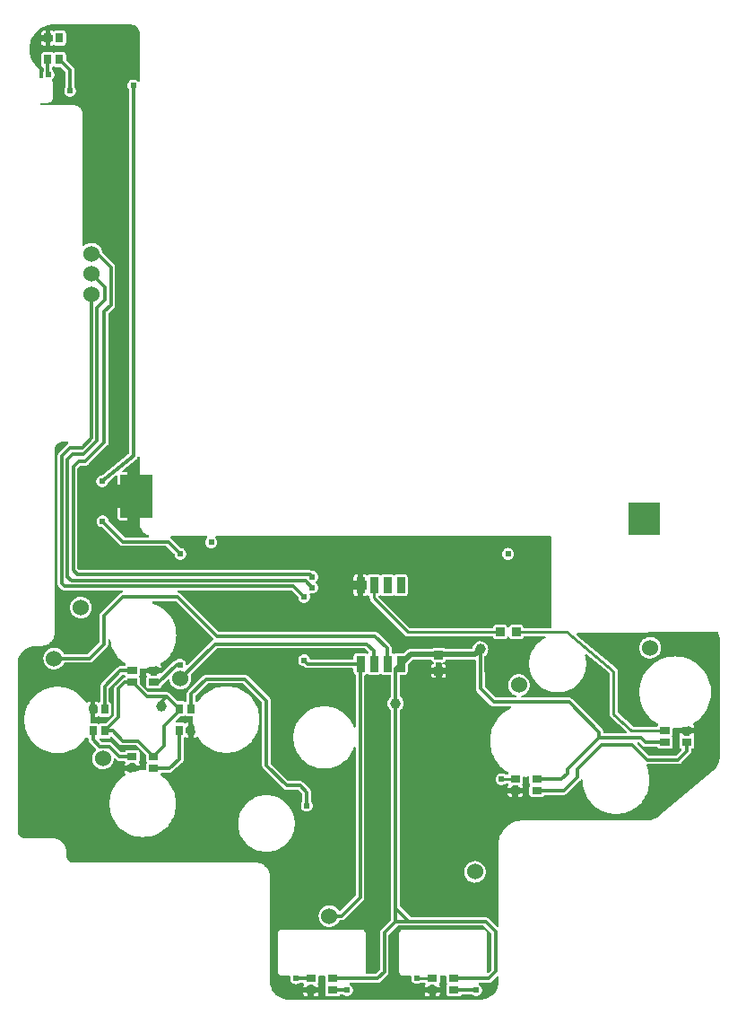
<source format=gtl>
G04 Layer: TopLayer*
G04 EasyEDA v6.4.25, 2021-09-17T16:21:59--7:00*
G04 8dbd8d05a4bf401dbff3891acb08e7ed,1286d1f709c949e68cfeef46812bcf49,10*
G04 Gerber Generator version 0.2*
G04 Scale: 100 percent, Rotated: No, Reflected: No *
G04 Dimensions in millimeters *
G04 leading zeros omitted , absolute positions ,4 integer and 5 decimal *
%FSLAX45Y45*%
%MOMM*%

%ADD10C,0.2540*%
%ADD11C,0.3000*%
%ADD12C,0.5000*%
%ADD13C,0.6096*%
%ADD14C,0.6100*%
%ADD15C,1.0000*%
%ADD16C,1.5240*%
%ADD17R,0.8640X0.8065*%
%ADD18R,0.9000X0.7000*%
%ADD19R,0.7000X0.9000*%

%LPD*%
G36*
X6357010Y5063490D02*
G01*
X6353352Y5064506D01*
X6350355Y5066741D01*
X6348323Y5069941D01*
X6347612Y5073650D01*
X6347612Y5112918D01*
X6306464Y5112918D01*
X6302400Y5113731D01*
X6298996Y5116169D01*
X6296863Y5119674D01*
X6296355Y5123789D01*
X6297472Y5127802D01*
X6300114Y5131003D01*
X6426301Y5231841D01*
X6429959Y5235143D01*
X6432245Y5237581D01*
X6435039Y5241340D01*
X6436766Y5244185D01*
X6438798Y5248402D01*
X6439966Y5251551D01*
X6441033Y5255818D01*
X6442862Y5259527D01*
X6446062Y5262219D01*
X6450076Y5263388D01*
X6454190Y5262880D01*
X6457797Y5260746D01*
X6460185Y5257342D01*
X6461048Y5253278D01*
X6461048Y5082590D01*
X6459728Y5075936D01*
X6458102Y5072380D01*
X6455257Y5069687D01*
X6451142Y5067401D01*
X6444996Y5066538D01*
X6378752Y5066538D01*
X6368542Y5065674D01*
X6360769Y5063896D01*
G37*

%LPD*%
G36*
X10851642Y2649880D02*
G01*
X10847781Y2650693D01*
X10844479Y2652877D01*
X10842294Y2656179D01*
X10841482Y2660904D01*
X10840669Y2669387D01*
X10838332Y2677058D01*
X10834573Y2684119D01*
X10829137Y2690672D01*
X10544860Y2974949D01*
X10538307Y2980385D01*
X10531246Y2984144D01*
X10523575Y2986481D01*
X10515092Y2987294D01*
X10072065Y2987294D01*
X10068052Y2988157D01*
X10064699Y2990494D01*
X10062514Y2993948D01*
X10061905Y2998012D01*
X10062972Y3001975D01*
X10065461Y3005175D01*
X10069068Y3007156D01*
X10078923Y3010255D01*
X10091318Y3015996D01*
X10102799Y3023311D01*
X10113213Y3032099D01*
X10122357Y3042208D01*
X10130078Y3053486D01*
X10136225Y3065627D01*
X10140696Y3078530D01*
X10143388Y3091891D01*
X10144302Y3105505D01*
X10143388Y3119120D01*
X10140696Y3132480D01*
X10136225Y3145332D01*
X10130078Y3157524D01*
X10122357Y3168751D01*
X10113213Y3178860D01*
X10102799Y3187700D01*
X10091318Y3195015D01*
X10078923Y3200755D01*
X10065918Y3204819D01*
X10052456Y3207054D01*
X10038842Y3207512D01*
X10025278Y3206140D01*
X10011968Y3202990D01*
X9999268Y3198114D01*
X9987280Y3191560D01*
X9976307Y3183432D01*
X9966502Y3173984D01*
X9958070Y3163265D01*
X9951110Y3151530D01*
X9945776Y3138982D01*
X9942220Y3125825D01*
X9940391Y3112312D01*
X9940391Y3098698D01*
X9942220Y3085185D01*
X9945776Y3072028D01*
X9951110Y3059480D01*
X9958070Y3047746D01*
X9966502Y3037027D01*
X9976307Y3027527D01*
X9987280Y3019450D01*
X9999268Y3012897D01*
X10011968Y3008020D01*
X10014712Y3007360D01*
X10018471Y3005582D01*
X10021214Y3002381D01*
X10022484Y2998368D01*
X10021976Y2994202D01*
X10019842Y2990596D01*
X10016439Y2988157D01*
X10012324Y2987294D01*
X9825532Y2987294D01*
X9821672Y2988056D01*
X9818370Y2990291D01*
X9721189Y3087471D01*
X9719005Y3090722D01*
X9718243Y3094583D01*
X9717074Y3374898D01*
X9717633Y3378200D01*
X9719208Y3381197D01*
X9730638Y3391357D01*
X9738055Y3400348D01*
X9743998Y3410305D01*
X9748316Y3421075D01*
X9750958Y3432403D01*
X9751872Y3443986D01*
X9750958Y3455568D01*
X9748316Y3466896D01*
X9743998Y3477666D01*
X9738055Y3487623D01*
X9730638Y3496614D01*
X9721951Y3504336D01*
X9712248Y3510635D01*
X9701631Y3515410D01*
X9690404Y3518458D01*
X9678873Y3519830D01*
X9667290Y3519373D01*
X9655860Y3517137D01*
X9644938Y3513226D01*
X9634728Y3507689D01*
X9625482Y3500628D01*
X9617456Y3492246D01*
X9610750Y3482746D01*
X9605619Y3472332D01*
X9602114Y3461258D01*
X9601149Y3455212D01*
X9599980Y3451809D01*
X9597745Y3449065D01*
X9594646Y3447237D01*
X9591141Y3446627D01*
X9351162Y3446627D01*
X9347301Y3447389D01*
X9343034Y3450539D01*
X9338106Y3453637D01*
X9332671Y3455568D01*
X9326321Y3456279D01*
X9241078Y3456279D01*
X9234728Y3455568D01*
X9229293Y3453637D01*
X9224365Y3450539D01*
X9220098Y3447389D01*
X9216237Y3446627D01*
X9016085Y3446627D01*
X9011462Y3446424D01*
X9007043Y3445814D01*
X9002725Y3444849D01*
X8998458Y3443528D01*
X8994394Y3441852D01*
X8990431Y3439769D01*
X8986672Y3437382D01*
X8983167Y3434689D01*
X8979712Y3431540D01*
X8959545Y3411372D01*
X8956294Y3409187D01*
X8952382Y3408426D01*
X8888933Y3408426D01*
X8882634Y3407714D01*
X8877147Y3405784D01*
X8872270Y3402685D01*
X8870188Y3400602D01*
X8866886Y3398418D01*
X8862974Y3397605D01*
X8859113Y3398418D01*
X8855811Y3400602D01*
X8853678Y3402685D01*
X8848801Y3405784D01*
X8847175Y3406343D01*
X8843619Y3408476D01*
X8841232Y3411880D01*
X8840368Y3415944D01*
X8840368Y3452012D01*
X8839555Y3460496D01*
X8837218Y3468115D01*
X8833459Y3475177D01*
X8828074Y3481781D01*
X8712555Y3597249D01*
X8706002Y3602685D01*
X8698890Y3606444D01*
X8691270Y3608781D01*
X8682786Y3609594D01*
X7209332Y3609594D01*
X7205472Y3610356D01*
X7202170Y3612591D01*
X6849160Y3965549D01*
X6842607Y3970985D01*
X6835546Y3974744D01*
X6827875Y3977081D01*
X6824370Y3977436D01*
X6820204Y3978757D01*
X6816953Y3981754D01*
X6815328Y3985818D01*
X6815531Y3990187D01*
X6817563Y3994099D01*
X6821068Y3996740D01*
X6825335Y3997706D01*
X7890967Y3997706D01*
X7894828Y3996893D01*
X7898130Y3994708D01*
X7954873Y3937965D01*
X7956905Y3935120D01*
X7957820Y3931665D01*
X7958175Y3927195D01*
X7960715Y3917696D01*
X7964881Y3908806D01*
X7970520Y3900779D01*
X7977479Y3893820D01*
X7985506Y3888181D01*
X7994396Y3884015D01*
X8003895Y3881475D01*
X8013700Y3880612D01*
X8023504Y3881475D01*
X8033003Y3884015D01*
X8041894Y3888181D01*
X8049920Y3893820D01*
X8056880Y3900779D01*
X8062518Y3908806D01*
X8066684Y3917696D01*
X8069224Y3927195D01*
X8070088Y3937000D01*
X8069224Y3946804D01*
X8065516Y3960469D01*
X8066024Y3964279D01*
X8067852Y3967581D01*
X8070850Y3970020D01*
X8074456Y3971137D01*
X8078266Y3970883D01*
X8080095Y3970375D01*
X8089900Y3969512D01*
X8099704Y3970375D01*
X8109203Y3972915D01*
X8118094Y3977081D01*
X8126120Y3982720D01*
X8133080Y3989679D01*
X8138718Y3997706D01*
X8142884Y4006596D01*
X8145424Y4016095D01*
X8146288Y4025900D01*
X8145424Y4035704D01*
X8142884Y4045204D01*
X8138718Y4054094D01*
X8133080Y4062120D01*
X8125714Y4069537D01*
X8123478Y4072788D01*
X8122716Y4076700D01*
X8123478Y4080611D01*
X8125714Y4083862D01*
X8133080Y4091279D01*
X8138718Y4099306D01*
X8142884Y4108196D01*
X8145424Y4117695D01*
X8146288Y4127500D01*
X8145424Y4137304D01*
X8142884Y4146804D01*
X8138718Y4155694D01*
X8133080Y4163720D01*
X8126120Y4170679D01*
X8118094Y4176318D01*
X8109203Y4180484D01*
X8099704Y4183024D01*
X8092490Y4183634D01*
X8088579Y4184802D01*
X8082991Y4187799D01*
X8075320Y4190136D01*
X8066836Y4190949D01*
X5891377Y4190949D01*
X5887516Y4191711D01*
X5884214Y4193946D01*
X5876036Y4202125D01*
X5873800Y4205427D01*
X5873038Y4209288D01*
X5873038Y5144922D01*
X5873800Y5148783D01*
X5876036Y5152085D01*
X5896914Y5172964D01*
X5900216Y5175148D01*
X5904077Y5175961D01*
X5945936Y5175961D01*
X5954420Y5176774D01*
X5962091Y5179110D01*
X5969152Y5182870D01*
X5975705Y5188254D01*
X6152794Y5365394D01*
X6158230Y5371947D01*
X6161989Y5379008D01*
X6164326Y5386679D01*
X6165138Y5395163D01*
X6165138Y6605422D01*
X6165900Y6609283D01*
X6168136Y6612585D01*
X6216294Y6660794D01*
X6221730Y6667347D01*
X6225489Y6674408D01*
X6227826Y6682079D01*
X6228638Y6690563D01*
X6228638Y7045147D01*
X6227826Y7053630D01*
X6225489Y7061301D01*
X6221730Y7068362D01*
X6216294Y7074916D01*
X6111392Y7179818D01*
X6109360Y7182815D01*
X6108446Y7186320D01*
X6108293Y7189114D01*
X6105550Y7202474D01*
X6101080Y7215378D01*
X6094933Y7227519D01*
X6087211Y7238746D01*
X6078067Y7248906D01*
X6067653Y7257694D01*
X6056172Y7265009D01*
X6043777Y7270750D01*
X6030772Y7274814D01*
X6017310Y7277049D01*
X6003696Y7277506D01*
X5990132Y7276185D01*
X5976874Y7272985D01*
X5964123Y7268108D01*
X5952185Y7261555D01*
X5941212Y7253478D01*
X5937300Y7249668D01*
X5933998Y7247534D01*
X5930138Y7246823D01*
X5926277Y7247636D01*
X5923026Y7249820D01*
X5920841Y7253122D01*
X5920079Y7256983D01*
X5920079Y8499551D01*
X5919012Y8511692D01*
X5917895Y8517432D01*
X5915253Y8526068D01*
X5913018Y8531453D01*
X5908751Y8539429D01*
X5905500Y8544306D01*
X5899759Y8551316D01*
X5895644Y8555431D01*
X5888634Y8561171D01*
X5883808Y8564372D01*
X5875832Y8568639D01*
X5870448Y8570874D01*
X5861812Y8573516D01*
X5856071Y8574633D01*
X5843930Y8575700D01*
X5532120Y8575700D01*
X5528259Y8576462D01*
X5524957Y8578697D01*
X5522772Y8581999D01*
X5521960Y8585860D01*
X5522772Y8589772D01*
X5525770Y8593886D01*
X5529072Y8596071D01*
X5532983Y8596833D01*
X5587136Y8596833D01*
X5596534Y8597747D01*
X5603036Y8599220D01*
X5608574Y8601151D01*
X5614568Y8604046D01*
X5619546Y8607145D01*
X5624728Y8611311D01*
X5628894Y8615426D01*
X5633008Y8620658D01*
X5636158Y8625586D01*
X5639003Y8631580D01*
X5640933Y8637117D01*
X5642457Y8643620D01*
X5643321Y8653018D01*
X5643321Y8776106D01*
X5642457Y8785555D01*
X5640933Y8792006D01*
X5639003Y8797544D01*
X5636158Y8803538D01*
X5633720Y8807399D01*
X5632348Y8811006D01*
X5632348Y8814816D01*
X5633821Y8818372D01*
X5643880Y8828379D01*
X5649518Y8836406D01*
X5653633Y8845346D01*
X5656173Y8854795D01*
X5657037Y8864600D01*
X5656173Y8874404D01*
X5653633Y8883853D01*
X5649518Y8892794D01*
X5643880Y8900820D01*
X5637479Y8907221D01*
X5635294Y8910523D01*
X5634532Y8914384D01*
X5634532Y8929065D01*
X5635091Y8932418D01*
X5636717Y8935415D01*
X5639257Y8937701D01*
X5643168Y8940139D01*
X5646724Y8941511D01*
X5650484Y8941511D01*
X5653989Y8940139D01*
X5657392Y8938006D01*
X5662828Y8936126D01*
X5669178Y8935415D01*
X5712460Y8935415D01*
X5716320Y8934602D01*
X5719622Y8932418D01*
X5760008Y8892032D01*
X5762244Y8888730D01*
X5763006Y8884869D01*
X5763006Y8754872D01*
X5762498Y8751824D01*
X5761177Y8749080D01*
X5755081Y8740394D01*
X5750915Y8731504D01*
X5748375Y8722004D01*
X5747512Y8712200D01*
X5748375Y8702395D01*
X5750915Y8692896D01*
X5755081Y8684006D01*
X5760720Y8675979D01*
X5767679Y8669020D01*
X5775706Y8663381D01*
X5784596Y8659215D01*
X5794095Y8656675D01*
X5803900Y8655812D01*
X5813704Y8656675D01*
X5823204Y8659215D01*
X5832094Y8663381D01*
X5840120Y8669020D01*
X5847080Y8675979D01*
X5852718Y8684006D01*
X5856884Y8692896D01*
X5859424Y8702395D01*
X5860288Y8712200D01*
X5859424Y8722004D01*
X5856884Y8731504D01*
X5852718Y8740394D01*
X5846622Y8749080D01*
X5845302Y8751824D01*
X5844794Y8754872D01*
X5844794Y8905494D01*
X5843981Y8913977D01*
X5841644Y8921648D01*
X5837885Y8928709D01*
X5832449Y8935262D01*
X5767476Y9000286D01*
X5765241Y9003588D01*
X5764479Y9007449D01*
X5764479Y9050731D01*
X5763768Y9057081D01*
X5761888Y9062516D01*
X5758789Y9067444D01*
X5754674Y9071508D01*
X5749798Y9074607D01*
X5744311Y9076486D01*
X5738012Y9077198D01*
X5669178Y9077198D01*
X5662828Y9076486D01*
X5657392Y9074607D01*
X5653989Y9072473D01*
X5650484Y9071102D01*
X5646724Y9071102D01*
X5643168Y9072473D01*
X5639816Y9074607D01*
X5634329Y9076486D01*
X5628030Y9077198D01*
X5559196Y9077198D01*
X5552846Y9076486D01*
X5547410Y9074607D01*
X5542483Y9071508D01*
X5538419Y9067444D01*
X5535320Y9062516D01*
X5533390Y9057081D01*
X5532678Y9050731D01*
X5532678Y8961882D01*
X5533390Y8955532D01*
X5535320Y8950096D01*
X5538419Y8945168D01*
X5542483Y8941104D01*
X5547918Y8937701D01*
X5550458Y8935415D01*
X5552135Y8932418D01*
X5552694Y8929065D01*
X5552694Y8896705D01*
X5551728Y8892438D01*
X5547766Y8883853D01*
X5545226Y8874404D01*
X5544362Y8864600D01*
X5545226Y8854795D01*
X5547817Y8845092D01*
X5548122Y8841384D01*
X5547055Y8837828D01*
X5544820Y8834932D01*
X5541619Y8832951D01*
X5538012Y8832291D01*
X5532983Y8832291D01*
X5529072Y8833053D01*
X5525770Y8835288D01*
X5516880Y8844127D01*
X5514695Y8847429D01*
X5513933Y8851341D01*
X5513933Y8908034D01*
X5513120Y8914485D01*
X5510885Y8920429D01*
X5509666Y8922512D01*
X5505653Y8927439D01*
X5500928Y8930995D01*
X5496306Y8933586D01*
X5487974Y8941104D01*
X5474157Y8955887D01*
X5461711Y8971788D01*
X5450687Y8988704D01*
X5441188Y9006586D01*
X5433314Y9025178D01*
X5427065Y9044381D01*
X5422493Y9064091D01*
X5419699Y9084106D01*
X5418632Y9104274D01*
X5419344Y9124492D01*
X5421833Y9144558D01*
X5426049Y9164320D01*
X5431942Y9183624D01*
X5439511Y9202369D01*
X5448706Y9220352D01*
X5459425Y9237472D01*
X5471617Y9253626D01*
X5485180Y9268612D01*
X5499963Y9282379D01*
X5515914Y9294825D01*
X5532882Y9305798D01*
X5550712Y9315246D01*
X5569356Y9323120D01*
X5588609Y9329318D01*
X5608269Y9333839D01*
X5628436Y9336633D01*
X5639104Y9337090D01*
X5648248Y9336074D01*
X6385712Y9336074D01*
X6398209Y9335109D01*
X6408470Y9332772D01*
X6418326Y9328962D01*
X6427571Y9323832D01*
X6435953Y9317431D01*
X6443319Y9309862D01*
X6449568Y9301378D01*
X6454546Y9292031D01*
X6458153Y9282125D01*
X6460286Y9271812D01*
X6461048Y9260738D01*
X6461048Y8806688D01*
X6460286Y8802776D01*
X6458051Y8799474D01*
X6454749Y8797290D01*
X6450888Y8796528D01*
X6446977Y8797290D01*
X6443675Y8799474D01*
X6437020Y8806180D01*
X6428994Y8811818D01*
X6420053Y8815933D01*
X6410604Y8818473D01*
X6400800Y8819337D01*
X6390995Y8818473D01*
X6381546Y8815933D01*
X6372606Y8811818D01*
X6364579Y8806180D01*
X6357620Y8799220D01*
X6351981Y8791194D01*
X6347866Y8782253D01*
X6345326Y8772804D01*
X6344462Y8763000D01*
X6345326Y8753195D01*
X6347866Y8743746D01*
X6351981Y8734806D01*
X6358077Y8726170D01*
X6359448Y8723426D01*
X6359906Y8720328D01*
X6360058Y5288534D01*
X6359652Y5285536D01*
X6358331Y5282844D01*
X6356248Y5280609D01*
X6114694Y5087518D01*
X6111290Y5085740D01*
X6097219Y5084521D01*
X6087719Y5081981D01*
X6078829Y5077815D01*
X6070752Y5072176D01*
X6063792Y5065217D01*
X6058204Y5057190D01*
X6054039Y5048300D01*
X6051499Y5038801D01*
X6050635Y5028996D01*
X6051499Y5019192D01*
X6054039Y5009692D01*
X6058204Y5000802D01*
X6063792Y4992776D01*
X6070752Y4985816D01*
X6078829Y4980178D01*
X6087719Y4976012D01*
X6097219Y4973472D01*
X6107023Y4972608D01*
X6116777Y4973472D01*
X6126276Y4976012D01*
X6135166Y4980178D01*
X6143244Y4985816D01*
X6150203Y4992776D01*
X6155791Y5000802D01*
X6159957Y5009692D01*
X6162243Y5018278D01*
X6163564Y5021173D01*
X6165748Y5023561D01*
X6236563Y5080203D01*
X6239916Y5081981D01*
X6243675Y5082387D01*
X6247333Y5081422D01*
X6250381Y5079187D01*
X6252362Y5075986D01*
X6253073Y5072278D01*
X6253073Y4993335D01*
X6302451Y4993335D01*
X6306312Y4992573D01*
X6309614Y4990388D01*
X6311798Y4987086D01*
X6312611Y4983175D01*
X6312611Y4790795D01*
X6311798Y4786934D01*
X6309614Y4783632D01*
X6306312Y4781397D01*
X6302451Y4780635D01*
X6253073Y4780635D01*
X6253073Y4687570D01*
X6253784Y4681220D01*
X6255715Y4675784D01*
X6258763Y4670856D01*
X6262878Y4666792D01*
X6267754Y4663694D01*
X6273241Y4661814D01*
X6279540Y4661103D01*
X6347612Y4661103D01*
X6347612Y4692142D01*
X6348323Y4695850D01*
X6350355Y4699050D01*
X6353352Y4701286D01*
X6357010Y4702302D01*
X6360769Y4701895D01*
X6368542Y4700117D01*
X6378752Y4699254D01*
X6444996Y4699254D01*
X6451650Y4697933D01*
X6455206Y4696307D01*
X6457848Y4693462D01*
X6460185Y4689348D01*
X6461048Y4683201D01*
X6461048Y4636820D01*
X6461963Y4621987D01*
X6462471Y4618126D01*
X6464909Y4605832D01*
X6465925Y4602073D01*
X6469938Y4590135D01*
X6471462Y4586528D01*
X6477000Y4575251D01*
X6478930Y4571898D01*
X6485940Y4561433D01*
X6488328Y4558334D01*
X6496608Y4548886D01*
X6499352Y4546142D01*
X6508800Y4537862D01*
X6511899Y4535474D01*
X6522364Y4528515D01*
X6525717Y4526534D01*
X6536842Y4521047D01*
X6544208Y4518253D01*
X6547612Y4516120D01*
X6549898Y4512868D01*
X6550761Y4508957D01*
X6550050Y4504994D01*
X6547866Y4501642D01*
X6544513Y4499406D01*
X6540601Y4498594D01*
X6325412Y4498594D01*
X6321552Y4499356D01*
X6318250Y4501591D01*
X6169812Y4650028D01*
X6167780Y4652873D01*
X6166866Y4656328D01*
X6166510Y4660798D01*
X6163970Y4670298D01*
X6159804Y4679188D01*
X6154166Y4687214D01*
X6147206Y4694174D01*
X6139180Y4699812D01*
X6130290Y4703978D01*
X6120790Y4706518D01*
X6110986Y4707382D01*
X6101181Y4706518D01*
X6091682Y4703978D01*
X6082792Y4699812D01*
X6074765Y4694174D01*
X6067806Y4687214D01*
X6062167Y4679188D01*
X6058001Y4670298D01*
X6055461Y4660798D01*
X6054598Y4650994D01*
X6055461Y4641189D01*
X6058001Y4631690D01*
X6062167Y4622800D01*
X6067806Y4614773D01*
X6074765Y4607814D01*
X6082792Y4602175D01*
X6091682Y4598009D01*
X6101181Y4595469D01*
X6105652Y4595114D01*
X6109106Y4594199D01*
X6111951Y4592167D01*
X6275019Y4429150D01*
X6281572Y4423714D01*
X6288633Y4419955D01*
X6296304Y4417618D01*
X6304788Y4416806D01*
X6709867Y4416806D01*
X6713728Y4415993D01*
X6717030Y4413808D01*
X6786473Y4344365D01*
X6788505Y4341469D01*
X6789420Y4338066D01*
X6789826Y4333595D01*
X6792366Y4324146D01*
X6796481Y4315206D01*
X6802120Y4307179D01*
X6809079Y4300220D01*
X6817106Y4294581D01*
X6826046Y4290466D01*
X6835495Y4287926D01*
X6845300Y4287062D01*
X6855104Y4287926D01*
X6864553Y4290466D01*
X6873494Y4294581D01*
X6881520Y4300220D01*
X6888480Y4307179D01*
X6894118Y4315206D01*
X6898233Y4324146D01*
X6900773Y4333595D01*
X6901637Y4343400D01*
X6900773Y4353204D01*
X6898233Y4362653D01*
X6894118Y4371594D01*
X6888480Y4379620D01*
X6881520Y4386580D01*
X6873494Y4392218D01*
X6864553Y4396333D01*
X6855104Y4398873D01*
X6850634Y4399280D01*
X6847230Y4400194D01*
X6844334Y4402226D01*
X6760311Y4486249D01*
X6752488Y4492498D01*
X6749846Y4495698D01*
X6748729Y4499711D01*
X6749288Y4503826D01*
X6751421Y4507331D01*
X6754825Y4509770D01*
X6758889Y4510582D01*
X7089495Y4510582D01*
X7093407Y4509820D01*
X7096658Y4507636D01*
X7098893Y4504334D01*
X7099655Y4500422D01*
X7098893Y4496562D01*
X7096658Y4493260D01*
X7093153Y4489704D01*
X7087514Y4481677D01*
X7083348Y4472787D01*
X7080808Y4463288D01*
X7079945Y4453483D01*
X7080808Y4443679D01*
X7083348Y4434179D01*
X7087514Y4425289D01*
X7093153Y4417263D01*
X7100112Y4410303D01*
X7108139Y4404664D01*
X7117029Y4400499D01*
X7126528Y4397959D01*
X7136333Y4397095D01*
X7146137Y4397959D01*
X7155637Y4400499D01*
X7164527Y4404664D01*
X7172553Y4410303D01*
X7179513Y4417263D01*
X7185152Y4425289D01*
X7189317Y4434179D01*
X7191857Y4443679D01*
X7192721Y4453483D01*
X7191857Y4463288D01*
X7189317Y4472787D01*
X7185152Y4481677D01*
X7179513Y4489704D01*
X7176008Y4493260D01*
X7173772Y4496562D01*
X7173010Y4500422D01*
X7173772Y4504334D01*
X7176008Y4507636D01*
X7179259Y4509820D01*
X7183170Y4510582D01*
X10340340Y4510582D01*
X10344251Y4509820D01*
X10347502Y4507636D01*
X10349738Y4504334D01*
X10350500Y4500422D01*
X10350500Y3655110D01*
X10349738Y3651199D01*
X10347553Y3647897D01*
X10344251Y3645712D01*
X10340390Y3644950D01*
X10092232Y3644137D01*
X10088626Y3644798D01*
X10085476Y3646728D01*
X10083190Y3649624D01*
X10082022Y3654247D01*
X10080091Y3659733D01*
X10076992Y3664610D01*
X10072928Y3668725D01*
X10068001Y3671773D01*
X10062565Y3673703D01*
X10056215Y3674414D01*
X9976713Y3674414D01*
X9970414Y3673703D01*
X9964928Y3671773D01*
X9960051Y3668725D01*
X9955936Y3664610D01*
X9952888Y3659733D01*
X9950754Y3653637D01*
X9948621Y3650081D01*
X9945217Y3647694D01*
X9941153Y3646830D01*
X9937089Y3647694D01*
X9933686Y3650081D01*
X9931552Y3653637D01*
X9929418Y3659733D01*
X9926370Y3664610D01*
X9922256Y3668725D01*
X9917379Y3671773D01*
X9911892Y3673703D01*
X9905593Y3674414D01*
X9826091Y3674414D01*
X9819741Y3673703D01*
X9814306Y3671773D01*
X9809378Y3668725D01*
X9805314Y3664610D01*
X9802215Y3659733D01*
X9800285Y3654247D01*
X9799116Y3649421D01*
X9796830Y3646474D01*
X9793681Y3644595D01*
X9790074Y3643884D01*
X9013291Y3643884D01*
X9009430Y3644696D01*
X9006128Y3646881D01*
X8720632Y3932377D01*
X8718550Y3935374D01*
X8717635Y3938879D01*
X8718042Y3942486D01*
X8719718Y3945737D01*
X8722410Y3948176D01*
X8726678Y3950868D01*
X8728811Y3953001D01*
X8732113Y3955186D01*
X8735974Y3955948D01*
X8739886Y3955186D01*
X8743188Y3953001D01*
X8745270Y3950868D01*
X8750147Y3947820D01*
X8755634Y3945890D01*
X8761933Y3945178D01*
X8837015Y3945178D01*
X8843314Y3945890D01*
X8848801Y3947820D01*
X8853678Y3950868D01*
X8855811Y3953001D01*
X8859113Y3955186D01*
X8862974Y3955948D01*
X8866886Y3955186D01*
X8870188Y3953001D01*
X8872270Y3950868D01*
X8877147Y3947820D01*
X8882634Y3945890D01*
X8888933Y3945178D01*
X8964015Y3945178D01*
X8970314Y3945890D01*
X8975801Y3947820D01*
X8980678Y3950868D01*
X8984792Y3954983D01*
X8987891Y3959860D01*
X8989771Y3965346D01*
X8990482Y3971645D01*
X8990482Y4122928D01*
X8989771Y4129227D01*
X8987891Y4134713D01*
X8984792Y4139590D01*
X8980678Y4143705D01*
X8975801Y4146753D01*
X8970314Y4148683D01*
X8964015Y4149394D01*
X8888933Y4149394D01*
X8882634Y4148683D01*
X8877147Y4146753D01*
X8872270Y4143705D01*
X8870188Y4141571D01*
X8866886Y4139387D01*
X8862974Y4138625D01*
X8859113Y4139387D01*
X8855811Y4141571D01*
X8853678Y4143705D01*
X8848801Y4146753D01*
X8843314Y4148683D01*
X8837015Y4149394D01*
X8761933Y4149394D01*
X8755634Y4148683D01*
X8750147Y4146753D01*
X8745270Y4143705D01*
X8743188Y4141571D01*
X8739886Y4139387D01*
X8735974Y4138625D01*
X8732113Y4139387D01*
X8728811Y4141571D01*
X8726678Y4143705D01*
X8721801Y4146753D01*
X8716314Y4148683D01*
X8710015Y4149394D01*
X8634933Y4149394D01*
X8628634Y4148683D01*
X8623147Y4146753D01*
X8618270Y4143705D01*
X8616188Y4141571D01*
X8612886Y4139387D01*
X8608974Y4138625D01*
X8605113Y4139387D01*
X8601811Y4141571D01*
X8599678Y4143705D01*
X8594801Y4146753D01*
X8589314Y4148683D01*
X8583015Y4149394D01*
X8570874Y4149394D01*
X8570874Y4091736D01*
X8598306Y4091736D01*
X8602218Y4090974D01*
X8605520Y4088790D01*
X8607704Y4085488D01*
X8608466Y4081576D01*
X8608466Y4012996D01*
X8607704Y4009136D01*
X8605520Y4005834D01*
X8602218Y4003598D01*
X8598306Y4002836D01*
X8570874Y4002836D01*
X8570874Y3945178D01*
X8583015Y3945178D01*
X8589314Y3945890D01*
X8594801Y3947820D01*
X8599678Y3950868D01*
X8601811Y3953001D01*
X8605113Y3955186D01*
X8608974Y3955948D01*
X8612886Y3955186D01*
X8616188Y3953001D01*
X8618270Y3950868D01*
X8623147Y3947820D01*
X8627059Y3946448D01*
X8630615Y3944315D01*
X8633002Y3940911D01*
X8633866Y3936847D01*
X8633866Y3926433D01*
X8634679Y3918407D01*
X8636863Y3911142D01*
X8640419Y3904487D01*
X8645550Y3898290D01*
X8965438Y3578351D01*
X8971686Y3573221D01*
X8978341Y3569665D01*
X8985554Y3567480D01*
X8993581Y3566668D01*
X9790074Y3566668D01*
X9793681Y3566007D01*
X9796830Y3564128D01*
X9799116Y3561181D01*
X9800285Y3556355D01*
X9802215Y3550869D01*
X9805314Y3545992D01*
X9809378Y3541877D01*
X9814306Y3538829D01*
X9819741Y3536899D01*
X9826091Y3536187D01*
X9905593Y3536187D01*
X9911892Y3536899D01*
X9917379Y3538829D01*
X9922256Y3541877D01*
X9926370Y3545992D01*
X9929418Y3550869D01*
X9931552Y3556965D01*
X9933686Y3560521D01*
X9937089Y3562908D01*
X9941153Y3563772D01*
X9945217Y3562908D01*
X9948621Y3560521D01*
X9950754Y3556965D01*
X9952888Y3550869D01*
X9955936Y3545992D01*
X9960051Y3541877D01*
X9964928Y3538829D01*
X9970414Y3536899D01*
X9976713Y3536187D01*
X10056215Y3536187D01*
X10062565Y3536899D01*
X10068001Y3538829D01*
X10072928Y3541877D01*
X10076992Y3545992D01*
X10080091Y3550869D01*
X10082022Y3556355D01*
X10083241Y3561435D01*
X10085476Y3564331D01*
X10088626Y3566261D01*
X10092232Y3566922D01*
X10284256Y3567531D01*
X10288117Y3566769D01*
X10291419Y3564636D01*
X10293654Y3561435D01*
X10294467Y3557574D01*
X10293807Y3553714D01*
X10291673Y3550412D01*
X10287914Y3547872D01*
X10267950Y3536696D01*
X10249052Y3523945D01*
X10231272Y3509568D01*
X10214762Y3493770D01*
X10199674Y3476599D01*
X10186111Y3458260D01*
X10174122Y3438804D01*
X10163860Y3418382D01*
X10155326Y3397199D01*
X10148620Y3375355D01*
X10143794Y3353054D01*
X10140899Y3330397D01*
X10139934Y3307537D01*
X10140899Y3284728D01*
X10143794Y3262071D01*
X10148620Y3239719D01*
X10155326Y3217875D01*
X10163860Y3196691D01*
X10174122Y3176320D01*
X10186111Y3156864D01*
X10199674Y3138474D01*
X10214762Y3121355D01*
X10231272Y3105556D01*
X10249052Y3091180D01*
X10267950Y3078378D01*
X10287914Y3067253D01*
X10308742Y3057855D01*
X10330281Y3050235D01*
X10352379Y3044494D01*
X10374884Y3040634D01*
X10397642Y3038703D01*
X10420502Y3038703D01*
X10443260Y3040634D01*
X10465765Y3044494D01*
X10487863Y3050235D01*
X10509402Y3057855D01*
X10530230Y3067253D01*
X10550144Y3078378D01*
X10569092Y3091180D01*
X10586872Y3105556D01*
X10603331Y3121355D01*
X10618470Y3138474D01*
X10632033Y3156864D01*
X10644022Y3176320D01*
X10654284Y3196691D01*
X10662818Y3217875D01*
X10669473Y3239719D01*
X10674299Y3262071D01*
X10677194Y3284728D01*
X10678160Y3307537D01*
X10677194Y3330397D01*
X10674299Y3353054D01*
X10669473Y3375355D01*
X10666018Y3386785D01*
X10665663Y3391052D01*
X10667085Y3395116D01*
X10670082Y3398215D01*
X10674096Y3399790D01*
X10678363Y3399536D01*
X10682173Y3397554D01*
X10892434Y3223412D01*
X10895126Y3219907D01*
X10896092Y3215589D01*
X10896092Y2832201D01*
X10897209Y2823057D01*
X10899698Y2815945D01*
X10903508Y2809392D01*
X10908893Y2803398D01*
X11056061Y2667508D01*
X11058448Y2664256D01*
X11059312Y2660345D01*
X11058652Y2656382D01*
X11056467Y2652979D01*
X11053114Y2650693D01*
X11049152Y2649880D01*
G37*

%LPC*%
G36*
X8507933Y3945178D02*
G01*
X8520074Y3945178D01*
X8520074Y4002836D01*
X8481466Y4002836D01*
X8481466Y3971645D01*
X8482177Y3965346D01*
X8484108Y3959860D01*
X8487156Y3954983D01*
X8491270Y3950868D01*
X8496147Y3947820D01*
X8501634Y3945890D01*
G37*
G36*
X8481466Y4091736D02*
G01*
X8520074Y4091736D01*
X8520074Y4149394D01*
X8507933Y4149394D01*
X8501634Y4148683D01*
X8496147Y4146753D01*
X8491270Y4143705D01*
X8487156Y4139590D01*
X8484108Y4134713D01*
X8482177Y4129227D01*
X8481466Y4122928D01*
G37*
G36*
X9939274Y4287012D02*
G01*
X9949078Y4287875D01*
X9958578Y4290415D01*
X9967468Y4294581D01*
X9975494Y4300220D01*
X9982454Y4307179D01*
X9988092Y4315206D01*
X9992258Y4324096D01*
X9994798Y4333595D01*
X9995662Y4343400D01*
X9994798Y4353204D01*
X9992258Y4362704D01*
X9988092Y4371594D01*
X9982454Y4379620D01*
X9975494Y4386580D01*
X9967468Y4392218D01*
X9958578Y4396384D01*
X9949078Y4398924D01*
X9939274Y4399788D01*
X9929469Y4398924D01*
X9919970Y4396384D01*
X9911080Y4392218D01*
X9903053Y4386580D01*
X9896094Y4379620D01*
X9890455Y4371594D01*
X9886289Y4362704D01*
X9883749Y4353204D01*
X9882886Y4343400D01*
X9883749Y4333595D01*
X9886289Y4324096D01*
X9890455Y4315206D01*
X9896094Y4307179D01*
X9903053Y4300220D01*
X9911080Y4294581D01*
X9919970Y4290415D01*
X9929469Y4287875D01*
G37*
G36*
X5559145Y9139428D02*
G01*
X5569712Y9139428D01*
X5569712Y9181490D01*
X5532678Y9181490D01*
X5532678Y9165894D01*
X5533390Y9159595D01*
X5535320Y9154109D01*
X5538368Y9149232D01*
X5542483Y9145117D01*
X5547360Y9142069D01*
X5552846Y9140139D01*
G37*
G36*
X5617413Y9139428D02*
G01*
X5628030Y9139428D01*
X5634329Y9140139D01*
X5639816Y9142069D01*
X5643168Y9144152D01*
X5646674Y9145574D01*
X5650484Y9145574D01*
X5653989Y9144152D01*
X5657392Y9142069D01*
X5662828Y9140139D01*
X5669178Y9139428D01*
X5738012Y9139428D01*
X5744311Y9140139D01*
X5749798Y9142069D01*
X5754674Y9145117D01*
X5758789Y9149232D01*
X5761888Y9154109D01*
X5763768Y9159595D01*
X5764479Y9165894D01*
X5764479Y9254744D01*
X5763768Y9261094D01*
X5761888Y9266529D01*
X5758789Y9271457D01*
X5754674Y9275521D01*
X5749798Y9278620D01*
X5744311Y9280550D01*
X5738012Y9281261D01*
X5669178Y9281261D01*
X5662828Y9280550D01*
X5657392Y9278620D01*
X5653989Y9276486D01*
X5650484Y9275114D01*
X5646674Y9275114D01*
X5643168Y9276486D01*
X5639816Y9278620D01*
X5634329Y9280550D01*
X5628030Y9281261D01*
X5617413Y9281261D01*
X5617413Y9239199D01*
X5632500Y9239199D01*
X5636412Y9238386D01*
X5639714Y9236202D01*
X5641898Y9232900D01*
X5642660Y9229039D01*
X5642660Y9191650D01*
X5641898Y9187738D01*
X5639714Y9184436D01*
X5636412Y9182252D01*
X5632500Y9181490D01*
X5617413Y9181490D01*
G37*
G36*
X5532678Y9239199D02*
G01*
X5569712Y9239199D01*
X5569712Y9281261D01*
X5559145Y9281261D01*
X5552846Y9280550D01*
X5547360Y9278620D01*
X5542483Y9275521D01*
X5538368Y9271457D01*
X5535320Y9266529D01*
X5533390Y9261094D01*
X5532678Y9254744D01*
G37*

%LPD*%
G36*
X9841484Y823569D02*
G01*
X9837572Y824331D01*
X9834270Y826566D01*
X9755936Y904849D01*
X9749383Y910285D01*
X9742322Y914044D01*
X9734651Y916381D01*
X9726168Y917194D01*
X9023502Y917194D01*
X9019590Y918006D01*
X9016288Y920191D01*
X8921191Y1015695D01*
X8918956Y1018997D01*
X8918194Y1022858D01*
X8918194Y2865678D01*
X8918752Y2868980D01*
X8920378Y2871927D01*
X8931960Y2882239D01*
X8939377Y2891180D01*
X8945321Y2901188D01*
X8949639Y2911957D01*
X8952280Y2923235D01*
X8953195Y2934817D01*
X8952280Y2946450D01*
X8949639Y2957728D01*
X8945321Y2968498D01*
X8939377Y2978505D01*
X8931960Y2987446D01*
X8920378Y2997758D01*
X8918752Y3000705D01*
X8918194Y3004007D01*
X8918194Y3194050D01*
X8919006Y3197910D01*
X8921191Y3201212D01*
X8924493Y3203397D01*
X8928354Y3204210D01*
X8964015Y3204210D01*
X8970314Y3204921D01*
X8975801Y3206800D01*
X8980678Y3209899D01*
X8984792Y3213963D01*
X8987891Y3218891D01*
X8989771Y3224326D01*
X8990482Y3230676D01*
X8990482Y3294126D01*
X8991244Y3297986D01*
X8993479Y3301288D01*
X9034018Y3341827D01*
X9037269Y3344011D01*
X9041180Y3344773D01*
X9207804Y3344773D01*
X9211208Y3344214D01*
X9214205Y3342487D01*
X9216491Y3339896D01*
X9220352Y3333546D01*
X9224365Y3329482D01*
X9229293Y3326434D01*
X9235338Y3324301D01*
X9238894Y3322167D01*
X9241332Y3318764D01*
X9242145Y3314700D01*
X9241332Y3310636D01*
X9238894Y3307232D01*
X9235338Y3305098D01*
X9229293Y3302965D01*
X9224365Y3299917D01*
X9220301Y3295802D01*
X9217202Y3290925D01*
X9215323Y3285439D01*
X9214612Y3279140D01*
X9214612Y3265881D01*
X9255760Y3265881D01*
X9255760Y3313633D01*
X9256522Y3317544D01*
X9258706Y3320796D01*
X9262008Y3323031D01*
X9265920Y3323793D01*
X9301480Y3323793D01*
X9305391Y3323031D01*
X9308693Y3320796D01*
X9310878Y3317544D01*
X9311640Y3313633D01*
X9311640Y3265881D01*
X9352788Y3265881D01*
X9352788Y3279140D01*
X9352076Y3285439D01*
X9350197Y3290925D01*
X9347098Y3295802D01*
X9343034Y3299917D01*
X9338106Y3302965D01*
X9332061Y3305098D01*
X9328505Y3307232D01*
X9326067Y3310636D01*
X9325254Y3314700D01*
X9326067Y3318764D01*
X9328505Y3322167D01*
X9332061Y3324301D01*
X9338106Y3326434D01*
X9343034Y3329482D01*
X9347047Y3333546D01*
X9350908Y3339896D01*
X9353194Y3342487D01*
X9356191Y3344214D01*
X9359595Y3344773D01*
X9625279Y3344773D01*
X9629140Y3344011D01*
X9632442Y3341827D01*
X9634626Y3338525D01*
X9635439Y3334664D01*
X9636506Y3073704D01*
X9637318Y3065424D01*
X9639655Y3057753D01*
X9643414Y3050692D01*
X9648850Y3044139D01*
X9775139Y2917850D01*
X9781692Y2912414D01*
X9788753Y2908655D01*
X9796424Y2906318D01*
X9804908Y2905506D01*
X9961727Y2905506D01*
X9965588Y2904744D01*
X9968890Y2902559D01*
X9971074Y2899308D01*
X9971887Y2895447D01*
X9971176Y2891586D01*
X9969042Y2888284D01*
X9965791Y2885998D01*
X9961626Y2884170D01*
X9939223Y2872333D01*
X9917785Y2858871D01*
X9897414Y2843834D01*
X9878212Y2827324D01*
X9860280Y2809443D01*
X9843770Y2790240D01*
X9828733Y2769870D01*
X9815271Y2748432D01*
X9803434Y2726029D01*
X9793325Y2702814D01*
X9784943Y2678938D01*
X9778390Y2654452D01*
X9773716Y2629560D01*
X9770872Y2604414D01*
X9769906Y2579116D01*
X9770872Y2553817D01*
X9773716Y2528671D01*
X9778390Y2503779D01*
X9784943Y2479294D01*
X9793325Y2455418D01*
X9803434Y2432202D01*
X9815271Y2409799D01*
X9828733Y2388362D01*
X9843770Y2367991D01*
X9860280Y2348788D01*
X9878212Y2330907D01*
X9897414Y2314397D01*
X9917785Y2299360D01*
X9939832Y2285542D01*
X9942728Y2282799D01*
X9944303Y2279192D01*
X9944455Y2275230D01*
X9943033Y2271522D01*
X9939680Y2266188D01*
X9939070Y2264410D01*
X9936937Y2260854D01*
X9933533Y2258466D01*
X9929469Y2257602D01*
X9922002Y2257602D01*
X9918090Y2258364D01*
X9914788Y2260600D01*
X9913213Y2262174D01*
X9905187Y2267813D01*
X9896246Y2271928D01*
X9886797Y2274468D01*
X9876993Y2275332D01*
X9867188Y2274468D01*
X9857740Y2271928D01*
X9848799Y2267813D01*
X9840772Y2262174D01*
X9833813Y2255215D01*
X9828174Y2247188D01*
X9824059Y2238248D01*
X9821519Y2228799D01*
X9820656Y2218994D01*
X9821519Y2209190D01*
X9824059Y2199741D01*
X9828174Y2190800D01*
X9833813Y2182774D01*
X9840772Y2175814D01*
X9848799Y2170176D01*
X9857740Y2166061D01*
X9867188Y2163521D01*
X9876993Y2162657D01*
X9886797Y2163521D01*
X9896246Y2166061D01*
X9905187Y2170176D01*
X9913213Y2175814D01*
X9914788Y2177389D01*
X9918090Y2179624D01*
X9922002Y2180386D01*
X9930180Y2180386D01*
X9933635Y2179777D01*
X9936683Y2177999D01*
X9938969Y2175306D01*
X9941966Y2170074D01*
X9943236Y2166620D01*
X9943185Y2162962D01*
X9941814Y2159558D01*
X9939680Y2156206D01*
X9937750Y2150719D01*
X9937038Y2144420D01*
X9937038Y2133854D01*
X9979101Y2133854D01*
X9979101Y2148941D01*
X9979914Y2152802D01*
X9982098Y2156104D01*
X9985400Y2158288D01*
X9989261Y2159101D01*
X10026650Y2159101D01*
X10030561Y2158288D01*
X10033863Y2156104D01*
X10036048Y2152802D01*
X10036810Y2148941D01*
X10036810Y2133854D01*
X10078872Y2133854D01*
X10078872Y2144420D01*
X10078161Y2150719D01*
X10076230Y2156206D01*
X10074148Y2159558D01*
X10072725Y2163114D01*
X10072725Y2166874D01*
X10074148Y2170379D01*
X10076230Y2173782D01*
X10078161Y2179218D01*
X10078872Y2185568D01*
X10078872Y2231085D01*
X10079685Y2235047D01*
X10081971Y2238400D01*
X10085425Y2240584D01*
X10089438Y2241245D01*
X10108539Y2240534D01*
X10130536Y2241346D01*
X10134549Y2240686D01*
X10137952Y2238502D01*
X10140289Y2235149D01*
X10141102Y2231186D01*
X10141102Y2185568D01*
X10141813Y2179218D01*
X10143693Y2173782D01*
X10145826Y2170379D01*
X10147198Y2166874D01*
X10147198Y2163114D01*
X10145826Y2159609D01*
X10143693Y2156206D01*
X10141813Y2150770D01*
X10141102Y2144420D01*
X10141102Y2075586D01*
X10141813Y2069236D01*
X10143693Y2063800D01*
X10146792Y2058873D01*
X10150856Y2054809D01*
X10155783Y2051710D01*
X10161219Y2049830D01*
X10167569Y2049119D01*
X10256418Y2049119D01*
X10262717Y2049830D01*
X10268204Y2051710D01*
X10273080Y2054809D01*
X10277195Y2058873D01*
X10280599Y2064308D01*
X10282885Y2066848D01*
X10285831Y2068474D01*
X10289184Y2069084D01*
X10462564Y2069084D01*
X10470388Y2069795D01*
X10478109Y2072030D01*
X10485221Y2075688D01*
X10491876Y2081022D01*
X10619943Y2205532D01*
X10626090Y2212797D01*
X10628172Y2214676D01*
X10631271Y2216048D01*
X10634929Y2216556D01*
X10638586Y2215642D01*
X10641634Y2213508D01*
X10643717Y2210460D01*
X10644530Y2206802D01*
X10645495Y2181656D01*
X10648442Y2157069D01*
X10653268Y2132736D01*
X10659973Y2108911D01*
X10668558Y2085644D01*
X10678922Y2063140D01*
X10691063Y2041550D01*
X10704830Y2020925D01*
X10720120Y2001469D01*
X10736986Y1983282D01*
X10755172Y1966468D01*
X10774629Y1951126D01*
X10795203Y1937359D01*
X10816844Y1925269D01*
X10839348Y1914906D01*
X10862564Y1906320D01*
X10886440Y1899615D01*
X10910722Y1894738D01*
X10935309Y1891842D01*
X10960100Y1890877D01*
X10984839Y1891842D01*
X11009426Y1894738D01*
X11033709Y1899615D01*
X11057585Y1906320D01*
X11080800Y1914906D01*
X11103305Y1925269D01*
X11124946Y1937359D01*
X11145520Y1951126D01*
X11164976Y1966468D01*
X11183162Y1983282D01*
X11200028Y2001469D01*
X11215319Y2020925D01*
X11229086Y2041550D01*
X11241227Y2063140D01*
X11251590Y2085644D01*
X11260175Y2108911D01*
X11266881Y2132736D01*
X11271707Y2157069D01*
X11274653Y2181656D01*
X11275618Y2206396D01*
X11274653Y2231136D01*
X11271707Y2255774D01*
X11266881Y2280056D01*
X11260175Y2303932D01*
X11251590Y2327148D01*
X11243360Y2344978D01*
X11242446Y2348890D01*
X11243106Y2352903D01*
X11245291Y2356307D01*
X11248644Y2358593D01*
X11252606Y2359406D01*
X11543792Y2359406D01*
X11552275Y2360218D01*
X11559946Y2362555D01*
X11567007Y2366314D01*
X11573560Y2371750D01*
X11654891Y2453081D01*
X11660327Y2459634D01*
X11664086Y2466695D01*
X11666423Y2474366D01*
X11667236Y2482850D01*
X11667236Y2494737D01*
X11667896Y2498394D01*
X11669826Y2501493D01*
X11672722Y2503779D01*
X11677091Y2504948D01*
X11682526Y2506827D01*
X11687454Y2509926D01*
X11691518Y2514041D01*
X11694617Y2518918D01*
X11696547Y2524404D01*
X11697258Y2530703D01*
X11697258Y2599537D01*
X11696547Y2605887D01*
X11694617Y2611323D01*
X11692483Y2614726D01*
X11691112Y2618232D01*
X11691112Y2622042D01*
X11692483Y2625547D01*
X11694617Y2628900D01*
X11696547Y2634386D01*
X11697258Y2640685D01*
X11697258Y2651302D01*
X11655196Y2651302D01*
X11655196Y2636215D01*
X11654383Y2632303D01*
X11652199Y2629001D01*
X11648897Y2626817D01*
X11645036Y2626055D01*
X11607647Y2626055D01*
X11603736Y2626817D01*
X11600434Y2629001D01*
X11598249Y2632303D01*
X11597487Y2636215D01*
X11597487Y2651302D01*
X11555425Y2651302D01*
X11555425Y2640685D01*
X11556136Y2634386D01*
X11558066Y2628900D01*
X11560149Y2625547D01*
X11561572Y2622042D01*
X11561572Y2618232D01*
X11560149Y2614726D01*
X11558066Y2611323D01*
X11556136Y2605887D01*
X11555425Y2599537D01*
X11555425Y2530703D01*
X11556136Y2524404D01*
X11558066Y2518918D01*
X11561114Y2514041D01*
X11565229Y2509926D01*
X11570106Y2506827D01*
X11571782Y2506268D01*
X11575288Y2504186D01*
X11577675Y2500884D01*
X11578590Y2496870D01*
X11577878Y2492908D01*
X11575643Y2489504D01*
X11530330Y2444191D01*
X11527028Y2441956D01*
X11523167Y2441194D01*
X11273332Y2441194D01*
X11269472Y2441956D01*
X11266170Y2444191D01*
X11159591Y2550718D01*
X11157407Y2554020D01*
X11156645Y2557932D01*
X11157407Y2561793D01*
X11159591Y2565095D01*
X11162893Y2567330D01*
X11166805Y2568092D01*
X11172850Y2568092D01*
X11176711Y2567330D01*
X11180013Y2565095D01*
X11208562Y2536545D01*
X11215166Y2531160D01*
X11222228Y2527401D01*
X11229848Y2525064D01*
X11238331Y2524201D01*
X11345062Y2524201D01*
X11348415Y2523642D01*
X11351412Y2522016D01*
X11353698Y2519476D01*
X11357102Y2514041D01*
X11361216Y2509926D01*
X11366093Y2506827D01*
X11371580Y2504948D01*
X11377879Y2504236D01*
X11466728Y2504236D01*
X11473078Y2504948D01*
X11478514Y2506827D01*
X11483441Y2509926D01*
X11487505Y2514041D01*
X11490604Y2518918D01*
X11492484Y2524404D01*
X11493195Y2530703D01*
X11493195Y2599537D01*
X11492484Y2605887D01*
X11490604Y2611323D01*
X11488470Y2614726D01*
X11487099Y2618232D01*
X11487099Y2621991D01*
X11488470Y2625547D01*
X11490604Y2628900D01*
X11492484Y2634386D01*
X11493195Y2640685D01*
X11493195Y2688996D01*
X11494008Y2692958D01*
X11496344Y2696311D01*
X11499748Y2698496D01*
X11503761Y2699156D01*
X11517477Y2698648D01*
X11546738Y2699715D01*
X11549278Y2699004D01*
X11597487Y2699004D01*
X11597487Y2700578D01*
X11598452Y2704896D01*
X11601094Y2708351D01*
X11605006Y2710383D01*
X11617248Y2713685D01*
X11641683Y2722219D01*
X11645493Y2722778D01*
X11649202Y2721914D01*
X11652351Y2719679D01*
X11654434Y2716428D01*
X11655196Y2712618D01*
X11655196Y2699004D01*
X11697258Y2699004D01*
X11697258Y2709570D01*
X11696547Y2715869D01*
X11694617Y2721356D01*
X11691518Y2726232D01*
X11687810Y2729992D01*
X11685727Y2732989D01*
X11684863Y2736494D01*
X11685270Y2740101D01*
X11686895Y2743301D01*
X11689588Y2745790D01*
X11708180Y2757474D01*
X11728551Y2772511D01*
X11747754Y2789021D01*
X11765686Y2806954D01*
X11782196Y2826105D01*
X11797233Y2846476D01*
X11810695Y2867964D01*
X11822531Y2890316D01*
X11832640Y2913532D01*
X11841022Y2937459D01*
X11847576Y2961894D01*
X11852300Y2986786D01*
X11855094Y3011932D01*
X11856059Y3037230D01*
X11855094Y3062528D01*
X11852300Y3087725D01*
X11847576Y3112566D01*
X11841022Y3137052D01*
X11832640Y3160928D01*
X11822531Y3184144D01*
X11810695Y3206546D01*
X11797233Y3227984D01*
X11782196Y3248355D01*
X11765686Y3267557D01*
X11747754Y3285439D01*
X11728551Y3301949D01*
X11708180Y3316986D01*
X11686743Y3330498D01*
X11664391Y3342284D01*
X11641175Y3352444D01*
X11617248Y3360775D01*
X11592814Y3367328D01*
X11567922Y3372053D01*
X11542776Y3374898D01*
X11517477Y3375863D01*
X11492179Y3374898D01*
X11466982Y3372053D01*
X11442090Y3367328D01*
X11417655Y3360775D01*
X11393779Y3352444D01*
X11370564Y3342284D01*
X11348161Y3330498D01*
X11326723Y3316986D01*
X11306352Y3301949D01*
X11287150Y3285439D01*
X11269268Y3267557D01*
X11252708Y3248355D01*
X11237671Y3227984D01*
X11224209Y3206546D01*
X11212372Y3184144D01*
X11202263Y3160928D01*
X11193881Y3137052D01*
X11187328Y3112566D01*
X11182654Y3087725D01*
X11179810Y3062528D01*
X11178844Y3037230D01*
X11179810Y3011932D01*
X11182654Y2986786D01*
X11187328Y2961894D01*
X11193881Y2937459D01*
X11202263Y2913532D01*
X11212372Y2890316D01*
X11224209Y2867964D01*
X11237671Y2846476D01*
X11252708Y2826105D01*
X11269268Y2806954D01*
X11287150Y2789021D01*
X11306352Y2772511D01*
X11326723Y2757474D01*
X11348161Y2744012D01*
X11353596Y2741117D01*
X11356797Y2738475D01*
X11358626Y2734767D01*
X11358880Y2730652D01*
X11357457Y2726740D01*
X11351615Y2716987D01*
X11348212Y2714548D01*
X11344148Y2713736D01*
X11123828Y2713736D01*
X11120120Y2714396D01*
X11116970Y2716428D01*
X10976559Y2845968D01*
X10974171Y2849372D01*
X10973308Y2853436D01*
X10973308Y3238246D01*
X10973104Y3242056D01*
X10972546Y3246069D01*
X10971682Y3249523D01*
X10970361Y3253282D01*
X10968837Y3256534D01*
X10966754Y3259937D01*
X10964672Y3262833D01*
X10961979Y3265830D01*
X10959134Y3268370D01*
X10585399Y3578047D01*
X10582808Y3581247D01*
X10581741Y3585210D01*
X10582300Y3589274D01*
X10584434Y3592779D01*
X10587786Y3595166D01*
X10591800Y3596030D01*
X11916968Y3606749D01*
X11920372Y3606190D01*
X11923420Y3604463D01*
X11925706Y3601872D01*
X11926976Y3598621D01*
X11938863Y3540963D01*
X11939066Y3538931D01*
X11939066Y2428697D01*
X11938152Y2410358D01*
X11935612Y2393492D01*
X11931446Y2377033D01*
X11925655Y2360980D01*
X11918391Y2345639D01*
X11909602Y2331008D01*
X11899493Y2317394D01*
X11888063Y2304745D01*
X11875211Y2293061D01*
X11363045Y1869998D01*
X11348212Y1858975D01*
X11333480Y1850136D01*
X11317986Y1842820D01*
X11301780Y1837029D01*
X11285169Y1832914D01*
X11268151Y1830425D01*
X11250676Y1829562D01*
X10077754Y1829562D01*
X10056825Y1828596D01*
X10034879Y1825498D01*
X10032034Y1824939D01*
X10010546Y1819402D01*
X9989718Y1811782D01*
X9969754Y1802180D01*
X9950805Y1790649D01*
X9935362Y1779219D01*
X9918852Y1764436D01*
X9916769Y1762353D01*
X9901986Y1745843D01*
X9888931Y1727962D01*
X9879025Y1711452D01*
X9869424Y1691436D01*
X9860940Y1667865D01*
X9856266Y1649171D01*
X9852609Y1624380D01*
X9851644Y1603451D01*
X9851644Y833729D01*
X9850831Y829868D01*
X9848646Y826566D01*
X9845344Y824331D01*
G37*

%LPC*%
G36*
X9963556Y2049068D02*
G01*
X9979101Y2049068D01*
X9979101Y2086152D01*
X9937038Y2086152D01*
X9937038Y2075535D01*
X9937750Y2069236D01*
X9939680Y2063750D01*
X9942779Y2058873D01*
X9946843Y2054758D01*
X9951770Y2051710D01*
X9957206Y2049780D01*
G37*
G36*
X9622891Y1241450D02*
G01*
X9636506Y1241907D01*
X9649968Y1244142D01*
X9662972Y1248206D01*
X9675368Y1253947D01*
X9686848Y1261262D01*
X9697262Y1270101D01*
X9706406Y1280210D01*
X9714128Y1291437D01*
X9720275Y1303629D01*
X9724745Y1316482D01*
X9727488Y1329842D01*
X9728403Y1343456D01*
X9727488Y1357071D01*
X9724745Y1370431D01*
X9720275Y1383334D01*
X9714128Y1395476D01*
X9706406Y1406702D01*
X9697262Y1416862D01*
X9686848Y1425651D01*
X9675368Y1432966D01*
X9662972Y1438706D01*
X9649968Y1442770D01*
X9636506Y1445056D01*
X9622891Y1445463D01*
X9609328Y1444142D01*
X9596069Y1440942D01*
X9583318Y1436065D01*
X9571380Y1429512D01*
X9560407Y1421434D01*
X9550603Y1411935D01*
X9542119Y1401216D01*
X9535210Y1389481D01*
X9529876Y1376934D01*
X9526270Y1363776D01*
X9524441Y1350264D01*
X9524441Y1336649D01*
X9526270Y1323136D01*
X9529876Y1309979D01*
X9535210Y1297432D01*
X9542119Y1285697D01*
X9550603Y1274978D01*
X9560407Y1265478D01*
X9571380Y1257401D01*
X9583318Y1250848D01*
X9596069Y1245971D01*
X9609328Y1242771D01*
G37*
G36*
X9311640Y3173120D02*
G01*
X9326321Y3173120D01*
X9332671Y3173831D01*
X9338106Y3175762D01*
X9343034Y3178860D01*
X9347098Y3182924D01*
X9350197Y3187852D01*
X9352076Y3193288D01*
X9352788Y3199638D01*
X9352788Y3212846D01*
X9311640Y3212846D01*
G37*
G36*
X10036810Y2049068D02*
G01*
X10052405Y2049068D01*
X10058704Y2049780D01*
X10064191Y2051710D01*
X10069068Y2054758D01*
X10073182Y2058873D01*
X10076230Y2063750D01*
X10078161Y2069236D01*
X10078872Y2075535D01*
X10078872Y2086152D01*
X10036810Y2086152D01*
G37*
G36*
X9241078Y3173120D02*
G01*
X9255760Y3173120D01*
X9255760Y3212846D01*
X9214612Y3212846D01*
X9214612Y3199638D01*
X9215323Y3193288D01*
X9217202Y3187852D01*
X9220301Y3182924D01*
X9224365Y3178860D01*
X9229293Y3175762D01*
X9234728Y3173831D01*
G37*
G36*
X11277803Y3356254D02*
G01*
X11291417Y3356711D01*
X11304879Y3358946D01*
X11317884Y3363010D01*
X11330228Y3368751D01*
X11341760Y3376066D01*
X11352174Y3384905D01*
X11361318Y3395014D01*
X11369040Y3406241D01*
X11375186Y3418433D01*
X11379657Y3431286D01*
X11382349Y3444646D01*
X11383264Y3458260D01*
X11382349Y3471875D01*
X11379657Y3485235D01*
X11375186Y3498138D01*
X11369040Y3510279D01*
X11361318Y3521557D01*
X11352174Y3531666D01*
X11341760Y3540455D01*
X11330228Y3547821D01*
X11317884Y3553561D01*
X11304879Y3557574D01*
X11291417Y3559860D01*
X11277803Y3560318D01*
X11264188Y3558946D01*
X11250930Y3555796D01*
X11238230Y3550869D01*
X11226241Y3544315D01*
X11215268Y3536238D01*
X11205464Y3526739D01*
X11197031Y3516071D01*
X11190071Y3504336D01*
X11184737Y3491737D01*
X11181130Y3478631D01*
X11179352Y3465118D01*
X11179352Y3451453D01*
X11181130Y3437940D01*
X11184737Y3424783D01*
X11190071Y3412236D01*
X11197031Y3400501D01*
X11205464Y3389782D01*
X11215268Y3380333D01*
X11226241Y3372205D01*
X11238230Y3365652D01*
X11250930Y3360775D01*
X11264188Y3357626D01*
G37*

%LPD*%
G36*
X7864398Y138125D02*
G01*
X7846466Y139090D01*
X7829600Y141630D01*
X7813040Y145796D01*
X7796987Y151638D01*
X7781544Y158953D01*
X7766913Y167792D01*
X7753248Y178003D01*
X7740599Y189484D01*
X7729169Y202184D01*
X7719059Y215950D01*
X7710322Y230632D01*
X7703058Y246075D01*
X7697368Y262178D01*
X7693253Y278739D01*
X7690815Y295656D01*
X7689951Y313080D01*
X7689951Y1302715D01*
X7689037Y1317548D01*
X7688529Y1321358D01*
X7686090Y1333703D01*
X7685074Y1337462D01*
X7681061Y1349349D01*
X7679537Y1352956D01*
X7674000Y1364234D01*
X7672019Y1367586D01*
X7665059Y1378051D01*
X7662672Y1381150D01*
X7654391Y1390599D01*
X7651648Y1393342D01*
X7642199Y1401673D01*
X7639100Y1404010D01*
X7628636Y1411020D01*
X7625283Y1412951D01*
X7614005Y1418539D01*
X7610398Y1420012D01*
X7598460Y1424076D01*
X7594752Y1425041D01*
X7582408Y1427530D01*
X7578547Y1428038D01*
X7563713Y1428902D01*
X5842101Y1428902D01*
X5829604Y1429867D01*
X5819343Y1432255D01*
X5809488Y1436014D01*
X5800242Y1441145D01*
X5791860Y1447596D01*
X5784494Y1455115D01*
X5778246Y1463598D01*
X5773267Y1472946D01*
X5769660Y1482852D01*
X5767527Y1493215D01*
X5766765Y1504238D01*
X5766765Y1533245D01*
X5765850Y1548079D01*
X5765342Y1551889D01*
X5762904Y1564233D01*
X5761888Y1567992D01*
X5757875Y1579930D01*
X5756351Y1583486D01*
X5750814Y1594815D01*
X5748883Y1598168D01*
X5741873Y1608632D01*
X5739485Y1611680D01*
X5731205Y1621180D01*
X5728462Y1623923D01*
X5719013Y1632204D01*
X5715914Y1634591D01*
X5705449Y1641551D01*
X5702096Y1643481D01*
X5690819Y1649069D01*
X5687212Y1650542D01*
X5675325Y1654606D01*
X5671566Y1655622D01*
X5659221Y1658061D01*
X5655360Y1658569D01*
X5640527Y1659483D01*
X5382869Y1659483D01*
X5370372Y1660448D01*
X5360060Y1662785D01*
X5350205Y1666544D01*
X5341010Y1671726D01*
X5332628Y1678127D01*
X5325211Y1685645D01*
X5319014Y1694180D01*
X5314035Y1703476D01*
X5310428Y1713433D01*
X5308295Y1723745D01*
X5307533Y1734820D01*
X5307533Y3300679D01*
X5308447Y3319068D01*
X5311038Y3335985D01*
X5315204Y3352546D01*
X5320995Y3368598D01*
X5328361Y3383991D01*
X5337200Y3398621D01*
X5347411Y3412337D01*
X5358892Y3424936D01*
X5371592Y3436365D01*
X5385358Y3446526D01*
X5400040Y3455263D01*
X5415483Y3462528D01*
X5431586Y3468217D01*
X5448147Y3472332D01*
X5465064Y3474770D01*
X5482488Y3475634D01*
X5531307Y3475634D01*
X5546140Y3476548D01*
X5549950Y3477006D01*
X5562295Y3479495D01*
X5566054Y3480511D01*
X5577992Y3484524D01*
X5581548Y3486048D01*
X5592826Y3491585D01*
X5596229Y3493515D01*
X5606694Y3500526D01*
X5609742Y3502863D01*
X5619242Y3511194D01*
X5621985Y3513937D01*
X5630265Y3523386D01*
X5632653Y3526485D01*
X5639612Y3536950D01*
X5641543Y3540302D01*
X5647131Y3551580D01*
X5648604Y3555187D01*
X5652668Y3567074D01*
X5653684Y3570833D01*
X5656122Y3583178D01*
X5656630Y3586987D01*
X5657545Y3601821D01*
X5657545Y5325516D01*
X5658510Y5338013D01*
X5660847Y5348325D01*
X5664606Y5358180D01*
X5669788Y5367375D01*
X5676188Y5375757D01*
X5683707Y5383174D01*
X5692241Y5389422D01*
X5701538Y5394350D01*
X5711494Y5397957D01*
X5721807Y5400090D01*
X5732881Y5400852D01*
X5778449Y5400852D01*
X5782767Y5399887D01*
X5786272Y5397144D01*
X5788304Y5393182D01*
X5788406Y5388711D01*
X5786577Y5384647D01*
X5783224Y5381752D01*
X5781192Y5380685D01*
X5774639Y5375249D01*
X5699150Y5299760D01*
X5693714Y5293207D01*
X5689955Y5286146D01*
X5687618Y5278475D01*
X5686806Y5269992D01*
X5686806Y4064508D01*
X5687618Y4056024D01*
X5689955Y4048353D01*
X5693714Y4041292D01*
X5699150Y4034739D01*
X5723839Y4010050D01*
X5730392Y4004614D01*
X5737453Y4000855D01*
X5745124Y3998518D01*
X5753608Y3997706D01*
X6293764Y3997706D01*
X6298031Y3996740D01*
X6301536Y3994099D01*
X6303568Y3990187D01*
X6303772Y3985818D01*
X6302146Y3981754D01*
X6298946Y3978757D01*
X6294729Y3977436D01*
X6291224Y3977081D01*
X6283553Y3974744D01*
X6276492Y3970985D01*
X6269939Y3965549D01*
X6092850Y3788460D01*
X6087414Y3781907D01*
X6083655Y3774846D01*
X6081318Y3767175D01*
X6080506Y3758692D01*
X6080506Y3513632D01*
X6079744Y3509772D01*
X6077508Y3506470D01*
X5971997Y3400958D01*
X5968695Y3398723D01*
X5964834Y3397961D01*
X5752642Y3397961D01*
X5748985Y3398672D01*
X5745835Y3400602D01*
X5743549Y3403549D01*
X5740755Y3409086D01*
X5733034Y3420364D01*
X5723890Y3430473D01*
X5713476Y3439261D01*
X5701995Y3446627D01*
X5689600Y3452368D01*
X5676595Y3456381D01*
X5663133Y3458667D01*
X5649518Y3459124D01*
X5635955Y3457752D01*
X5622696Y3454603D01*
X5609945Y3449675D01*
X5598007Y3443122D01*
X5587034Y3435045D01*
X5577230Y3425545D01*
X5568746Y3414877D01*
X5561787Y3403142D01*
X5556504Y3390544D01*
X5552897Y3377437D01*
X5551068Y3363874D01*
X5551068Y3350260D01*
X5552897Y3336747D01*
X5556504Y3323590D01*
X5561787Y3311042D01*
X5568746Y3299307D01*
X5577230Y3288588D01*
X5587034Y3279140D01*
X5598007Y3271012D01*
X5609945Y3264458D01*
X5622696Y3259582D01*
X5635955Y3256432D01*
X5649518Y3255060D01*
X5663133Y3255517D01*
X5676595Y3257753D01*
X5689600Y3261817D01*
X5701995Y3267557D01*
X5713476Y3274872D01*
X5723890Y3283712D01*
X5733034Y3293821D01*
X5740755Y3305048D01*
X5743549Y3310585D01*
X5745784Y3313531D01*
X5748985Y3315462D01*
X5752642Y3316173D01*
X5985459Y3316173D01*
X5993942Y3316986D01*
X6001613Y3319322D01*
X6008674Y3323082D01*
X6015228Y3328517D01*
X6149949Y3463239D01*
X6155385Y3469792D01*
X6159144Y3476853D01*
X6161481Y3484524D01*
X6162294Y3493008D01*
X6162294Y3529736D01*
X6163259Y3534003D01*
X6165850Y3537458D01*
X6169710Y3539540D01*
X6174079Y3539794D01*
X6178092Y3538169D01*
X6181140Y3535070D01*
X6182563Y3530955D01*
X6182969Y3527348D01*
X6187795Y3503218D01*
X6194450Y3479495D01*
X6202984Y3456432D01*
X6213297Y3434079D01*
X6225336Y3412591D01*
X6239002Y3392119D01*
X6254242Y3372764D01*
X6270955Y3354679D01*
X6289040Y3337966D01*
X6308394Y3322726D01*
X6326276Y3310788D01*
X6329324Y3307537D01*
X6330746Y3303320D01*
X6330188Y3298901D01*
X6327800Y3295142D01*
X6326784Y3294075D01*
X6323330Y3288639D01*
X6321044Y3286099D01*
X6318097Y3284423D01*
X6314744Y3283864D01*
X6278778Y3283864D01*
X6270294Y3283051D01*
X6262624Y3280714D01*
X6255562Y3276955D01*
X6249009Y3271520D01*
X6100419Y3122930D01*
X6094984Y3116376D01*
X6091224Y3109315D01*
X6088888Y3101644D01*
X6088075Y3093161D01*
X6088075Y2954223D01*
X6087516Y2950870D01*
X6085840Y2947873D01*
X6083300Y2945638D01*
X6079388Y2943148D01*
X6075883Y2941777D01*
X6072073Y2941777D01*
X6068568Y2943148D01*
X6065215Y2945282D01*
X6059728Y2947212D01*
X6053429Y2947924D01*
X6042812Y2947924D01*
X6042812Y2905861D01*
X6057900Y2905861D01*
X6061811Y2905099D01*
X6065113Y2902864D01*
X6067298Y2899562D01*
X6068060Y2895701D01*
X6068060Y2858312D01*
X6067298Y2854401D01*
X6065113Y2851150D01*
X6061811Y2848914D01*
X6057900Y2848152D01*
X6042812Y2848152D01*
X6042812Y2806090D01*
X6053429Y2806090D01*
X6059728Y2806801D01*
X6065215Y2808732D01*
X6068568Y2810865D01*
X6072073Y2812237D01*
X6075883Y2812237D01*
X6079388Y2810865D01*
X6082741Y2808732D01*
X6088227Y2806801D01*
X6094526Y2806090D01*
X6163411Y2806090D01*
X6169710Y2806801D01*
X6175197Y2808732D01*
X6180074Y2811780D01*
X6184188Y2815894D01*
X6187287Y2820771D01*
X6189167Y2826258D01*
X6189878Y2832557D01*
X6189878Y2921457D01*
X6189167Y2927756D01*
X6187287Y2933242D01*
X6184188Y2938119D01*
X6180074Y2942234D01*
X6174638Y2945638D01*
X6172098Y2947924D01*
X6170472Y2950870D01*
X6169863Y2954223D01*
X6169863Y3072536D01*
X6170676Y3076397D01*
X6172860Y3079699D01*
X6292240Y3199079D01*
X6295542Y3201263D01*
X6299403Y3202076D01*
X6314744Y3202076D01*
X6318097Y3201466D01*
X6321094Y3199841D01*
X6323380Y3197301D01*
X6325819Y3193389D01*
X6327190Y3189884D01*
X6327190Y3186125D01*
X6325819Y3182569D01*
X6323076Y3178251D01*
X6320028Y3175152D01*
X6316014Y3173628D01*
X6312966Y3173171D01*
X6305042Y3170732D01*
X6297980Y3166973D01*
X6291427Y3161588D01*
X6232550Y3102660D01*
X6227114Y3096107D01*
X6223355Y3089046D01*
X6221018Y3081375D01*
X6220206Y3072892D01*
X6220206Y2826258D01*
X6219444Y2822397D01*
X6217208Y2819095D01*
X6144971Y2746857D01*
X6141720Y2744673D01*
X6137808Y2743911D01*
X6094526Y2743911D01*
X6088227Y2743200D01*
X6082741Y2741269D01*
X6079388Y2739136D01*
X6075883Y2737764D01*
X6072124Y2737764D01*
X6068568Y2739136D01*
X6065215Y2741269D01*
X6059728Y2743200D01*
X6053429Y2743911D01*
X6008573Y2743911D01*
X6004610Y2744724D01*
X6001258Y2747010D01*
X5999073Y2750464D01*
X5998464Y2754426D01*
X5999327Y2776524D01*
X5998362Y2801162D01*
X5995111Y2828239D01*
X5995111Y2848813D01*
X5992418Y2850388D01*
X5990285Y2852724D01*
X5989015Y2855569D01*
X5983986Y2873451D01*
X5977026Y2892196D01*
X5976416Y2896006D01*
X5977280Y2899816D01*
X5979515Y2902966D01*
X5982766Y2905099D01*
X5986576Y2905861D01*
X5995111Y2905861D01*
X5995111Y2947924D01*
X5984544Y2947924D01*
X5978245Y2947212D01*
X5972759Y2945282D01*
X5967882Y2942234D01*
X5963259Y2938983D01*
X5958840Y2938475D01*
X5954623Y2939846D01*
X5951423Y2942945D01*
X5939434Y2960878D01*
X5924194Y2980232D01*
X5907481Y2998266D01*
X5889396Y3014980D01*
X5870041Y3030270D01*
X5849569Y3043936D01*
X5828080Y3055975D01*
X5805728Y3066288D01*
X5782614Y3074771D01*
X5758942Y3081477D01*
X5734761Y3086303D01*
X5710326Y3089198D01*
X5685688Y3090164D01*
X5661101Y3089198D01*
X5636666Y3086303D01*
X5612485Y3081477D01*
X5588812Y3074771D01*
X5565698Y3066288D01*
X5543346Y3055975D01*
X5521858Y3043936D01*
X5501386Y3030270D01*
X5482031Y3014980D01*
X5463946Y2998266D01*
X5447233Y2980232D01*
X5431993Y2960878D01*
X5418328Y2940405D01*
X5406288Y2918917D01*
X5395976Y2896565D01*
X5387441Y2873451D01*
X5380786Y2849727D01*
X5375960Y2825597D01*
X5373065Y2801162D01*
X5372100Y2776524D01*
X5373065Y2751937D01*
X5375960Y2727502D01*
X5380786Y2703322D01*
X5387441Y2679649D01*
X5395976Y2656535D01*
X5406288Y2634183D01*
X5418328Y2612694D01*
X5431993Y2592222D01*
X5447233Y2572867D01*
X5463946Y2554782D01*
X5482031Y2538069D01*
X5501386Y2522829D01*
X5521858Y2509164D01*
X5543346Y2497124D01*
X5565698Y2486812D01*
X5588812Y2478278D01*
X5612485Y2471623D01*
X5636666Y2466797D01*
X5661101Y2463901D01*
X5685688Y2462936D01*
X5710326Y2463901D01*
X5734761Y2466797D01*
X5758942Y2471623D01*
X5782614Y2478278D01*
X5805728Y2486812D01*
X5828080Y2497124D01*
X5849569Y2509164D01*
X5870041Y2522829D01*
X5889396Y2538069D01*
X5907481Y2554782D01*
X5924194Y2572867D01*
X5939434Y2592222D01*
X5950153Y2608326D01*
X5953404Y2611374D01*
X5957620Y2612796D01*
X5962040Y2612237D01*
X5965799Y2609850D01*
X5967882Y2607767D01*
X5973318Y2604363D01*
X5975858Y2602077D01*
X5977534Y2599131D01*
X5978093Y2595778D01*
X5978093Y2592120D01*
X5978906Y2583637D01*
X5981242Y2575966D01*
X5985002Y2568905D01*
X5990437Y2562352D01*
X6047536Y2505252D01*
X6049721Y2501900D01*
X6050483Y2497937D01*
X6049670Y2494026D01*
X6047384Y2490724D01*
X6036970Y2480665D01*
X6028486Y2469997D01*
X6021527Y2458262D01*
X6016244Y2445664D01*
X6012637Y2432558D01*
X6010808Y2418994D01*
X6010808Y2405380D01*
X6012637Y2391867D01*
X6016244Y2378710D01*
X6021527Y2366162D01*
X6028486Y2354427D01*
X6036970Y2343708D01*
X6046774Y2334260D01*
X6057747Y2326132D01*
X6069685Y2319578D01*
X6082436Y2314702D01*
X6095695Y2311552D01*
X6109258Y2310180D01*
X6122873Y2310638D01*
X6136335Y2312873D01*
X6149340Y2316937D01*
X6161735Y2322677D01*
X6173216Y2329992D01*
X6183630Y2338832D01*
X6192774Y2348941D01*
X6200495Y2360168D01*
X6206642Y2372360D01*
X6211112Y2385212D01*
X6213856Y2398572D01*
X6214160Y2403652D01*
X6215176Y2407361D01*
X6217462Y2410460D01*
X6220764Y2412492D01*
X6224524Y2413101D01*
X6228283Y2412288D01*
X6231483Y2410155D01*
X6239256Y2402433D01*
X6245809Y2396998D01*
X6252870Y2393238D01*
X6260541Y2390902D01*
X6269024Y2390089D01*
X6311747Y2390089D01*
X6315100Y2389479D01*
X6318097Y2387854D01*
X6320332Y2385314D01*
X6322822Y2381402D01*
X6324193Y2377897D01*
X6324193Y2374087D01*
X6322822Y2370582D01*
X6320688Y2367178D01*
X6318758Y2361742D01*
X6318046Y2355392D01*
X6318046Y2344826D01*
X6360109Y2344826D01*
X6360109Y2359914D01*
X6360922Y2363825D01*
X6363106Y2367076D01*
X6366408Y2369312D01*
X6370269Y2370074D01*
X6407658Y2370074D01*
X6411569Y2369312D01*
X6414871Y2367076D01*
X6417056Y2363825D01*
X6417818Y2359914D01*
X6417818Y2344826D01*
X6459880Y2344826D01*
X6459880Y2355392D01*
X6459169Y2361742D01*
X6457238Y2367178D01*
X6455156Y2370582D01*
X6453733Y2374087D01*
X6453733Y2377897D01*
X6455156Y2381402D01*
X6457238Y2384755D01*
X6459169Y2390241D01*
X6459880Y2396540D01*
X6459880Y2465425D01*
X6459169Y2471724D01*
X6457238Y2477211D01*
X6454190Y2482088D01*
X6450076Y2486202D01*
X6445199Y2489250D01*
X6439712Y2491181D01*
X6433413Y2491892D01*
X6344564Y2491892D01*
X6338214Y2491181D01*
X6332778Y2489250D01*
X6327851Y2486202D01*
X6323787Y2482088D01*
X6320332Y2476652D01*
X6318097Y2474112D01*
X6315100Y2472436D01*
X6311747Y2471877D01*
X6289649Y2471877D01*
X6285788Y2472639D01*
X6282486Y2474874D01*
X6201460Y2555849D01*
X6194907Y2561285D01*
X6187846Y2565044D01*
X6180175Y2567381D01*
X6171692Y2568194D01*
X6104432Y2568194D01*
X6100572Y2568956D01*
X6097270Y2571191D01*
X6083350Y2585110D01*
X6081064Y2588615D01*
X6080353Y2592679D01*
X6081369Y2596692D01*
X6083909Y2599994D01*
X6087516Y2602026D01*
X6091631Y2602382D01*
X6094526Y2602077D01*
X6163411Y2602077D01*
X6169710Y2602788D01*
X6175197Y2604719D01*
X6180074Y2607767D01*
X6184188Y2611882D01*
X6186424Y2615438D01*
X6188862Y2618130D01*
X6192113Y2619756D01*
X6195720Y2620162D01*
X6199225Y2619298D01*
X6202222Y2617216D01*
X6269939Y2549550D01*
X6276492Y2544114D01*
X6283553Y2540355D01*
X6291224Y2538018D01*
X6299708Y2537206D01*
X6424726Y2537206D01*
X6428638Y2536393D01*
X6431889Y2534208D01*
X6519113Y2447036D01*
X6521297Y2443734D01*
X6522110Y2439822D01*
X6522110Y2396540D01*
X6522821Y2390241D01*
X6524701Y2384755D01*
X6526834Y2381402D01*
X6528206Y2377897D01*
X6528206Y2374087D01*
X6526834Y2370582D01*
X6524701Y2367229D01*
X6522821Y2361742D01*
X6522110Y2355443D01*
X6522110Y2311146D01*
X6521297Y2307183D01*
X6518960Y2303830D01*
X6515557Y2301646D01*
X6511544Y2300986D01*
X6490919Y2301798D01*
X6466281Y2300833D01*
X6441795Y2297938D01*
X6436817Y2297125D01*
X6417106Y2297125D01*
X6415532Y2294432D01*
X6413246Y2292350D01*
X6410452Y2291080D01*
X6393840Y2286406D01*
X6373825Y2278989D01*
X6369964Y2278380D01*
X6366205Y2279243D01*
X6363004Y2281428D01*
X6360871Y2284679D01*
X6360109Y2288489D01*
X6360109Y2297125D01*
X6318046Y2297125D01*
X6318046Y2286558D01*
X6318758Y2280208D01*
X6320688Y2274773D01*
X6323787Y2269845D01*
X6324904Y2268728D01*
X6327292Y2264968D01*
X6327851Y2260549D01*
X6326428Y2256332D01*
X6323380Y2253132D01*
X6306312Y2241702D01*
X6286957Y2226411D01*
X6268872Y2209596D01*
X6252159Y2191461D01*
X6236919Y2172055D01*
X6223254Y2151532D01*
X6211214Y2129993D01*
X6200952Y2107539D01*
X6192469Y2084374D01*
X6185814Y2060651D01*
X6181090Y2036419D01*
X6178245Y2011934D01*
X6177330Y1987550D01*
X6178245Y1962759D01*
X6181090Y1938274D01*
X6185814Y1914042D01*
X6192469Y1890268D01*
X6200952Y1867103D01*
X6211214Y1844700D01*
X6223254Y1823161D01*
X6236919Y1802587D01*
X6252159Y1783232D01*
X6268872Y1765046D01*
X6286957Y1748282D01*
X6306312Y1732991D01*
X6326784Y1719275D01*
X6348323Y1707184D01*
X6370726Y1696872D01*
X6393840Y1688287D01*
X6417614Y1681581D01*
X6441795Y1676755D01*
X6466281Y1673860D01*
X6490919Y1672894D01*
X6515607Y1673860D01*
X6540093Y1676755D01*
X6564274Y1681581D01*
X6588048Y1688287D01*
X6611162Y1696872D01*
X6633565Y1707184D01*
X6655053Y1719275D01*
X6675577Y1732991D01*
X6694931Y1748282D01*
X6713016Y1765046D01*
X6729730Y1783232D01*
X6744970Y1802587D01*
X6758635Y1823161D01*
X6770674Y1844700D01*
X6780936Y1867103D01*
X6789420Y1890268D01*
X6796074Y1914042D01*
X6800799Y1938274D01*
X6803644Y1962759D01*
X6804507Y1987143D01*
X6803644Y2011934D01*
X6800799Y2036419D01*
X6796074Y2060651D01*
X6789420Y2084374D01*
X6780936Y2107539D01*
X6770674Y2129993D01*
X6758635Y2151532D01*
X6744970Y2172055D01*
X6729730Y2191461D01*
X6713016Y2209596D01*
X6694931Y2226411D01*
X6675577Y2241702D01*
X6658559Y2253081D01*
X6655511Y2256332D01*
X6654088Y2260549D01*
X6654647Y2264968D01*
X6657035Y2268728D01*
X6658203Y2269896D01*
X6661607Y2275332D01*
X6663893Y2277872D01*
X6666890Y2279497D01*
X6670243Y2280107D01*
X6740093Y2280107D01*
X6748576Y2280920D01*
X6756247Y2283256D01*
X6763308Y2287016D01*
X6769862Y2292451D01*
X6863842Y2373680D01*
X6867296Y2377592D01*
X6868922Y2379878D01*
X6871563Y2384399D01*
X6872731Y2386939D01*
X6874408Y2391867D01*
X6875068Y2394610D01*
X6875780Y2399741D01*
X6875881Y2602738D01*
X6876491Y2606090D01*
X6878116Y2609088D01*
X6880656Y2611374D01*
X6884568Y2613812D01*
X6888124Y2615184D01*
X6891883Y2615184D01*
X6895388Y2613812D01*
X6898792Y2611678D01*
X6904228Y2609799D01*
X6910578Y2609088D01*
X6921144Y2609088D01*
X6921144Y2651150D01*
X6906056Y2651150D01*
X6902196Y2651912D01*
X6898894Y2654096D01*
X6896658Y2657398D01*
X6895896Y2661310D01*
X6895896Y2698648D01*
X6896658Y2702560D01*
X6898894Y2705862D01*
X6902196Y2708046D01*
X6906056Y2708808D01*
X6921144Y2708808D01*
X6921144Y2750870D01*
X6910578Y2750870D01*
X6904228Y2750159D01*
X6898792Y2748280D01*
X6895388Y2746146D01*
X6891883Y2744774D01*
X6888124Y2744774D01*
X6884568Y2746146D01*
X6881215Y2748280D01*
X6875729Y2750159D01*
X6869430Y2750870D01*
X6808368Y2750870D01*
X6804507Y2751683D01*
X6801205Y2753868D01*
X6798970Y2757170D01*
X6798208Y2761030D01*
X6798970Y2764942D01*
X6801205Y2768244D01*
X6843064Y2810103D01*
X6846366Y2812338D01*
X6850278Y2813100D01*
X6869430Y2813100D01*
X6875729Y2813812D01*
X6881215Y2815742D01*
X6884568Y2817825D01*
X6888073Y2819196D01*
X6891883Y2819196D01*
X6895388Y2817825D01*
X6898741Y2815742D01*
X6904228Y2813812D01*
X6910527Y2813100D01*
X6955485Y2813100D01*
X6959447Y2812288D01*
X6962800Y2810002D01*
X6964984Y2806547D01*
X6965645Y2802585D01*
X6964832Y2781401D01*
X6965746Y2756611D01*
X6968845Y2729687D01*
X6968845Y2708198D01*
X6971639Y2706674D01*
X6973824Y2704287D01*
X6975144Y2701391D01*
X6979970Y2684119D01*
X6987031Y2664764D01*
X6987641Y2660954D01*
X6986778Y2657195D01*
X6984593Y2653995D01*
X6981291Y2651861D01*
X6977481Y2651150D01*
X6968845Y2651150D01*
X6968845Y2609088D01*
X6979412Y2609088D01*
X6985762Y2609799D01*
X6991197Y2611678D01*
X6996125Y2614777D01*
X7000748Y2618079D01*
X7005218Y2618587D01*
X7009434Y2617216D01*
X7012635Y2614117D01*
X7024420Y2596438D01*
X7039660Y2577033D01*
X7056374Y2558897D01*
X7074458Y2542133D01*
X7093813Y2526842D01*
X7114286Y2513126D01*
X7135825Y2501036D01*
X7158228Y2490673D01*
X7181342Y2482138D01*
X7205116Y2475433D01*
X7229297Y2470607D01*
X7253782Y2467711D01*
X7278420Y2466746D01*
X7303109Y2467711D01*
X7327595Y2470607D01*
X7351775Y2475433D01*
X7375550Y2482138D01*
X7398664Y2490673D01*
X7421067Y2501036D01*
X7442555Y2513126D01*
X7463078Y2526842D01*
X7482433Y2542133D01*
X7500518Y2558897D01*
X7517231Y2577033D01*
X7532471Y2596438D01*
X7546136Y2617012D01*
X7558176Y2638552D01*
X7568438Y2660954D01*
X7576921Y2684119D01*
X7583576Y2707894D01*
X7588300Y2732074D01*
X7591145Y2756611D01*
X7592009Y2780995D01*
X7591145Y2805785D01*
X7588300Y2830271D01*
X7583576Y2854452D01*
X7576921Y2878226D01*
X7568438Y2901391D01*
X7558176Y2923844D01*
X7546136Y2945384D01*
X7532471Y2965907D01*
X7517231Y2985312D01*
X7500518Y3003448D01*
X7482433Y3020212D01*
X7463078Y3035503D01*
X7442555Y3049270D01*
X7421067Y3061309D01*
X7398664Y3071672D01*
X7375550Y3080207D01*
X7351775Y3086963D01*
X7327595Y3091738D01*
X7303109Y3094685D01*
X7278420Y3095650D01*
X7253782Y3094685D01*
X7229297Y3091738D01*
X7205116Y3086963D01*
X7181342Y3080207D01*
X7158228Y3071672D01*
X7135825Y3061309D01*
X7114286Y3049270D01*
X7093813Y3035503D01*
X7074458Y3020212D01*
X7056374Y3003448D01*
X7039660Y2985312D01*
X7024420Y2965907D01*
X7013295Y2949194D01*
X7010044Y2946146D01*
X7005828Y2944723D01*
X7001408Y2945282D01*
X6997649Y2947670D01*
X6996074Y2949194D01*
X6990638Y2952648D01*
X6988098Y2954883D01*
X6986473Y2957880D01*
X6985863Y2961233D01*
X6985863Y2999536D01*
X6986676Y3003397D01*
X6988860Y3006699D01*
X7100570Y3118408D01*
X7103872Y3120593D01*
X7107732Y3121406D01*
X7433767Y3121406D01*
X7437628Y3120593D01*
X7440930Y3118408D01*
X7614208Y2945130D01*
X7616444Y2941828D01*
X7617206Y2937967D01*
X7617206Y2350008D01*
X7618018Y2341524D01*
X7620355Y2333853D01*
X7624114Y2326792D01*
X7629550Y2320239D01*
X7819339Y2130450D01*
X7825892Y2125014D01*
X7832953Y2121255D01*
X7840624Y2118918D01*
X7849108Y2118106D01*
X7954467Y2118106D01*
X7958328Y2117293D01*
X7961630Y2115108D01*
X7995208Y2081530D01*
X7997444Y2078228D01*
X7998206Y2074367D01*
X7998206Y2011172D01*
X7997698Y2008073D01*
X7996377Y2005330D01*
X7990281Y1996693D01*
X7986166Y1987753D01*
X7983626Y1978304D01*
X7982762Y1968500D01*
X7983626Y1958695D01*
X7986166Y1949246D01*
X7990281Y1940306D01*
X7995920Y1932279D01*
X8002879Y1925320D01*
X8010906Y1919681D01*
X8019846Y1915566D01*
X8029295Y1913026D01*
X8039100Y1912162D01*
X8048904Y1913026D01*
X8058353Y1915566D01*
X8067294Y1919681D01*
X8075320Y1925320D01*
X8082280Y1932279D01*
X8087918Y1940306D01*
X8092033Y1949246D01*
X8094573Y1958695D01*
X8095437Y1968500D01*
X8094573Y1978304D01*
X8092033Y1987753D01*
X8087918Y1996693D01*
X8081822Y2005330D01*
X8080502Y2008073D01*
X8079994Y2011172D01*
X8079994Y2094992D01*
X8079181Y2103475D01*
X8076844Y2111146D01*
X8073085Y2118207D01*
X8067649Y2124760D01*
X8004860Y2187549D01*
X7998307Y2192985D01*
X7991246Y2196744D01*
X7983575Y2199081D01*
X7975092Y2199894D01*
X7869732Y2199894D01*
X7865872Y2200656D01*
X7862570Y2202891D01*
X7701991Y2363470D01*
X7699806Y2366772D01*
X7698994Y2370632D01*
X7698994Y2958592D01*
X7698181Y2967075D01*
X7695844Y2974746D01*
X7692085Y2981807D01*
X7686649Y2988360D01*
X7484160Y3190849D01*
X7477607Y3196285D01*
X7470546Y3200044D01*
X7462875Y3202381D01*
X7454392Y3203194D01*
X7087108Y3203194D01*
X7078624Y3202381D01*
X7070953Y3200044D01*
X7063892Y3196285D01*
X7057339Y3190849D01*
X6916420Y3049981D01*
X6910984Y3043377D01*
X6907225Y3036316D01*
X6904888Y3028645D01*
X6904075Y3020161D01*
X6904075Y2961233D01*
X6903516Y2957880D01*
X6901840Y2954883D01*
X6899300Y2952648D01*
X6895388Y2950159D01*
X6891883Y2948787D01*
X6888073Y2948787D01*
X6884568Y2950159D01*
X6881215Y2952292D01*
X6875729Y2954223D01*
X6869430Y2954934D01*
X6822643Y2954934D01*
X6818782Y2955696D01*
X6815480Y2957880D01*
X6747560Y3025749D01*
X6741007Y3031185D01*
X6733946Y3034944D01*
X6726275Y3037281D01*
X6717792Y3038094D01*
X6548932Y3038094D01*
X6545072Y3038856D01*
X6541770Y3041091D01*
X6465874Y3116986D01*
X6463639Y3120288D01*
X6462877Y3124149D01*
X6462877Y3167430D01*
X6462166Y3173730D01*
X6460236Y3179216D01*
X6458153Y3182569D01*
X6456781Y3186125D01*
X6456781Y3189884D01*
X6458153Y3193389D01*
X6460236Y3196793D01*
X6462166Y3202228D01*
X6462877Y3208578D01*
X6462877Y3253435D01*
X6463690Y3257397D01*
X6466027Y3260750D01*
X6469430Y3262934D01*
X6473444Y3263595D01*
X6492697Y3262833D01*
X6517335Y3263798D01*
X6543649Y3266846D01*
X6567525Y3266846D01*
X6568998Y3269996D01*
X6571437Y3272434D01*
X6574536Y3273907D01*
X6589623Y3278174D01*
X6611162Y3286099D01*
X6615023Y3286760D01*
X6618782Y3285896D01*
X6621983Y3283661D01*
X6624116Y3280410D01*
X6624828Y3276600D01*
X6624828Y3266846D01*
X6666890Y3266846D01*
X6666890Y3277412D01*
X6666179Y3283762D01*
X6664299Y3289198D01*
X6661200Y3294126D01*
X6659168Y3296158D01*
X6656781Y3299917D01*
X6656222Y3304336D01*
X6657644Y3308553D01*
X6660692Y3311804D01*
X6677050Y3322726D01*
X6696405Y3337966D01*
X6714490Y3354679D01*
X6731203Y3372764D01*
X6746443Y3392119D01*
X6760108Y3412591D01*
X6772148Y3434079D01*
X6782460Y3456432D01*
X6790994Y3479495D01*
X6797649Y3503218D01*
X6802475Y3527348D01*
X6805371Y3551834D01*
X6806336Y3576421D01*
X6805371Y3601008D01*
X6802475Y3625494D01*
X6797649Y3649624D01*
X6790994Y3673348D01*
X6782460Y3696411D01*
X6772148Y3718814D01*
X6760108Y3740302D01*
X6746443Y3760774D01*
X6731203Y3780078D01*
X6714490Y3798163D01*
X6696405Y3814876D01*
X6677050Y3830116D01*
X6656578Y3843832D01*
X6635089Y3855821D01*
X6612737Y3866134D01*
X6589623Y3874668D01*
X6584391Y3876141D01*
X6580733Y3878072D01*
X6578142Y3881272D01*
X6577025Y3885234D01*
X6577584Y3889349D01*
X6579717Y3892854D01*
X6583121Y3895242D01*
X6587134Y3896106D01*
X6798767Y3896106D01*
X6802628Y3895293D01*
X6805930Y3893108D01*
X7154164Y3544925D01*
X7156246Y3541776D01*
X7157110Y3538118D01*
X7156551Y3534410D01*
X7154672Y3531108D01*
X7151725Y3528771D01*
X7147458Y3526485D01*
X7140905Y3521049D01*
X6915353Y3295548D01*
X6912152Y3293364D01*
X6908444Y3292551D01*
X6904685Y3293160D01*
X6901383Y3295142D01*
X6899097Y3298139D01*
X6898030Y3301847D01*
X6897522Y3307791D01*
X6894982Y3317290D01*
X6890816Y3326180D01*
X6885178Y3334207D01*
X6878218Y3341166D01*
X6870192Y3346805D01*
X6861302Y3350971D01*
X6851802Y3353511D01*
X6841998Y3354374D01*
X6832193Y3353511D01*
X6822694Y3350971D01*
X6813803Y3346805D01*
X6805777Y3341166D01*
X6803237Y3339033D01*
X6800951Y3338068D01*
X6793331Y3335731D01*
X6786270Y3331972D01*
X6779717Y3326587D01*
X6675272Y3222142D01*
X6671970Y3219907D01*
X6668109Y3219145D01*
X6624828Y3219145D01*
X6624828Y3204057D01*
X6624066Y3200196D01*
X6621881Y3196894D01*
X6618579Y3194659D01*
X6614668Y3193897D01*
X6577330Y3193897D01*
X6573418Y3194659D01*
X6570116Y3196894D01*
X6567931Y3200196D01*
X6567170Y3204057D01*
X6567170Y3219145D01*
X6525107Y3219145D01*
X6525107Y3208578D01*
X6525818Y3202279D01*
X6527698Y3196793D01*
X6529831Y3193389D01*
X6531203Y3189884D01*
X6531203Y3186125D01*
X6529831Y3182620D01*
X6527698Y3179216D01*
X6525818Y3173730D01*
X6525107Y3167430D01*
X6525107Y3098596D01*
X6525818Y3092246D01*
X6527698Y3086811D01*
X6530797Y3081883D01*
X6534861Y3077819D01*
X6539788Y3074720D01*
X6545224Y3072790D01*
X6551574Y3072079D01*
X6640423Y3072079D01*
X6646773Y3072790D01*
X6652209Y3074720D01*
X6657136Y3077819D01*
X6661200Y3081883D01*
X6664299Y3086811D01*
X6666179Y3092246D01*
X6666534Y3095142D01*
X6667703Y3098901D01*
X6670192Y3101898D01*
X6673291Y3104438D01*
X6726174Y3157321D01*
X6729984Y3159709D01*
X6734403Y3160268D01*
X6738670Y3158845D01*
X6741871Y3155696D01*
X6743446Y3151530D01*
X6744157Y3146247D01*
X6747764Y3133090D01*
X6753047Y3120542D01*
X6760006Y3108807D01*
X6768490Y3098088D01*
X6778294Y3088640D01*
X6789267Y3080512D01*
X6801205Y3073958D01*
X6813956Y3069082D01*
X6827215Y3065932D01*
X6840778Y3064560D01*
X6854393Y3065018D01*
X6867855Y3067253D01*
X6880859Y3071317D01*
X6893255Y3077057D01*
X6904736Y3084372D01*
X6915150Y3093212D01*
X6924294Y3103321D01*
X6932015Y3114548D01*
X6938162Y3126740D01*
X6942632Y3139592D01*
X6945375Y3152952D01*
X6946290Y3166567D01*
X6945375Y3180181D01*
X6942632Y3193542D01*
X6941210Y3197606D01*
X6940702Y3201314D01*
X6941515Y3205022D01*
X6943648Y3208121D01*
X7184136Y3448608D01*
X7187438Y3450844D01*
X7191298Y3451606D01*
X8583726Y3452063D01*
X8587486Y3451351D01*
X8590686Y3449320D01*
X8621877Y3420008D01*
X8624062Y3417011D01*
X8625027Y3413455D01*
X8624671Y3409797D01*
X8623046Y3406495D01*
X8620302Y3404006D01*
X8618270Y3402685D01*
X8616188Y3400602D01*
X8612886Y3398418D01*
X8608974Y3397605D01*
X8605113Y3398418D01*
X8601811Y3400602D01*
X8599678Y3402685D01*
X8594801Y3405784D01*
X8589314Y3407714D01*
X8583015Y3408426D01*
X8507933Y3408426D01*
X8501634Y3407714D01*
X8496147Y3405784D01*
X8491270Y3402685D01*
X8487156Y3398621D01*
X8484108Y3393694D01*
X8482177Y3388258D01*
X8481466Y3381908D01*
X8481466Y3357372D01*
X8480704Y3353460D01*
X8478520Y3350158D01*
X8475218Y3347974D01*
X8471306Y3347212D01*
X8077708Y3347212D01*
X8073440Y3348177D01*
X8069935Y3350818D01*
X8067903Y3354730D01*
X8066684Y3359404D01*
X8062518Y3368294D01*
X8056880Y3376320D01*
X8049920Y3383279D01*
X8041894Y3388918D01*
X8033003Y3393084D01*
X8023504Y3395624D01*
X8013700Y3396487D01*
X8003895Y3395624D01*
X7994396Y3393084D01*
X7985506Y3388918D01*
X7977479Y3383279D01*
X7970520Y3376320D01*
X7964881Y3368294D01*
X7960715Y3359404D01*
X7958175Y3349904D01*
X7957312Y3340100D01*
X7958175Y3330295D01*
X7960715Y3320796D01*
X7964881Y3311906D01*
X7970520Y3303879D01*
X7977479Y3296920D01*
X7985506Y3291281D01*
X7994396Y3287115D01*
X8003895Y3284575D01*
X8008366Y3284220D01*
X8011820Y3283305D01*
X8014665Y3281273D01*
X8018221Y3277717D01*
X8024825Y3272332D01*
X8031886Y3268522D01*
X8039557Y3266236D01*
X8047990Y3265373D01*
X8471306Y3265373D01*
X8475218Y3264611D01*
X8478520Y3262426D01*
X8480704Y3259124D01*
X8481466Y3255213D01*
X8481466Y3230676D01*
X8482177Y3224326D01*
X8484108Y3218891D01*
X8487156Y3213963D01*
X8491270Y3209899D01*
X8496300Y3206699D01*
X8498840Y3204464D01*
X8500516Y3201466D01*
X8501075Y3198114D01*
X8501075Y2714091D01*
X8500262Y2710129D01*
X8498027Y2706827D01*
X8494674Y2704642D01*
X8490762Y2703931D01*
X8486800Y2704795D01*
X8483549Y2707081D01*
X8481415Y2710484D01*
X8474913Y2727553D01*
X8464804Y2748940D01*
X8452967Y2769412D01*
X8439556Y2788818D01*
X8424621Y2807157D01*
X8408263Y2824175D01*
X8390585Y2839821D01*
X8371687Y2854045D01*
X8351723Y2866694D01*
X8330793Y2877667D01*
X8309051Y2886913D01*
X8286648Y2894380D01*
X8263686Y2900070D01*
X8240369Y2903829D01*
X8216798Y2905760D01*
X8193176Y2905760D01*
X8169656Y2903829D01*
X8146288Y2900070D01*
X8123377Y2894380D01*
X8100974Y2886913D01*
X8079231Y2877667D01*
X8058302Y2866694D01*
X8038338Y2854045D01*
X8019440Y2839821D01*
X8001762Y2824175D01*
X7985404Y2807157D01*
X7970418Y2788818D01*
X7957007Y2769412D01*
X7945221Y2748940D01*
X7935061Y2727553D01*
X7926679Y2705506D01*
X7920126Y2682798D01*
X7915402Y2659634D01*
X7912557Y2636164D01*
X7911592Y2612593D01*
X7912557Y2588971D01*
X7915402Y2565501D01*
X7920126Y2542336D01*
X7926679Y2519680D01*
X7935061Y2497582D01*
X7945221Y2476195D01*
X7957007Y2455773D01*
X7970418Y2436317D01*
X7985404Y2418029D01*
X8001762Y2400960D01*
X8019440Y2385314D01*
X8038338Y2371090D01*
X8058302Y2358491D01*
X8079231Y2347518D01*
X8100974Y2338222D01*
X8123377Y2330754D01*
X8146288Y2325116D01*
X8169656Y2321306D01*
X8193176Y2319426D01*
X8216798Y2319426D01*
X8240369Y2321306D01*
X8263686Y2325116D01*
X8286648Y2330754D01*
X8309051Y2338222D01*
X8330793Y2347518D01*
X8351723Y2358491D01*
X8371687Y2371090D01*
X8390585Y2385314D01*
X8408263Y2400960D01*
X8424621Y2418029D01*
X8439556Y2436317D01*
X8452967Y2455773D01*
X8464804Y2476195D01*
X8474913Y2497582D01*
X8481415Y2514650D01*
X8483549Y2518054D01*
X8486800Y2520340D01*
X8490762Y2521204D01*
X8494674Y2520492D01*
X8498027Y2518308D01*
X8500262Y2515006D01*
X8501075Y2511044D01*
X8501075Y1125169D01*
X8500313Y1121257D01*
X8498078Y1117955D01*
X8356346Y976223D01*
X8353196Y974090D01*
X8349488Y973226D01*
X8345678Y973836D01*
X8342426Y975817D01*
X8332165Y990447D01*
X8323021Y1000556D01*
X8312607Y1009396D01*
X8301126Y1016711D01*
X8288731Y1022451D01*
X8275726Y1026515D01*
X8262264Y1028750D01*
X8248650Y1029208D01*
X8235086Y1027836D01*
X8221827Y1024686D01*
X8209076Y1019810D01*
X8197138Y1013256D01*
X8186166Y1005128D01*
X8176361Y995680D01*
X8167878Y984961D01*
X8160918Y973226D01*
X8155635Y960678D01*
X8152028Y947521D01*
X8150199Y934008D01*
X8150199Y920394D01*
X8152028Y906881D01*
X8155635Y893724D01*
X8160918Y881176D01*
X8167878Y869442D01*
X8176361Y858723D01*
X8186166Y849223D01*
X8197138Y841146D01*
X8209076Y834593D01*
X8221827Y829716D01*
X8235086Y826516D01*
X8248650Y825144D01*
X8262264Y825601D01*
X8275726Y827887D01*
X8288731Y831951D01*
X8301126Y837692D01*
X8312607Y845007D01*
X8323021Y853795D01*
X8332165Y863904D01*
X8339886Y875182D01*
X8342680Y880719D01*
X8344916Y883666D01*
X8348116Y885596D01*
X8351774Y886307D01*
X8364677Y886307D01*
X8373160Y887120D01*
X8380831Y889457D01*
X8387892Y893216D01*
X8394446Y898652D01*
X8570569Y1074724D01*
X8575954Y1081278D01*
X8579713Y1088339D01*
X8582050Y1096010D01*
X8582914Y1104493D01*
X8582914Y3195421D01*
X8583726Y3199485D01*
X8586114Y3202889D01*
X8589670Y3205022D01*
X8594801Y3206800D01*
X8599678Y3209899D01*
X8601811Y3211982D01*
X8605113Y3214217D01*
X8608974Y3214979D01*
X8612886Y3214217D01*
X8616188Y3211982D01*
X8618270Y3209899D01*
X8623147Y3206800D01*
X8628634Y3204921D01*
X8634933Y3204210D01*
X8710015Y3204210D01*
X8716314Y3204921D01*
X8721801Y3206800D01*
X8726678Y3209899D01*
X8728811Y3211982D01*
X8732113Y3214217D01*
X8735974Y3214979D01*
X8739886Y3214217D01*
X8743188Y3211982D01*
X8745270Y3209899D01*
X8750147Y3206800D01*
X8755634Y3204921D01*
X8761933Y3204210D01*
X8826246Y3204210D01*
X8830106Y3203397D01*
X8833408Y3201212D01*
X8835644Y3197910D01*
X8836406Y3194050D01*
X8836406Y3003804D01*
X8835898Y3000756D01*
X8834526Y2997962D01*
X8832392Y2995726D01*
X8826804Y2991510D01*
X8818778Y2983128D01*
X8812072Y2973628D01*
X8806942Y2963214D01*
X8803436Y2952140D01*
X8801658Y2940659D01*
X8801658Y2929026D01*
X8803436Y2917545D01*
X8806942Y2906471D01*
X8812072Y2896057D01*
X8818778Y2886557D01*
X8826804Y2878175D01*
X8832392Y2873959D01*
X8834526Y2871724D01*
X8835898Y2868930D01*
X8836406Y2865882D01*
X8836406Y897432D01*
X8835644Y893571D01*
X8833408Y890269D01*
X8742324Y799134D01*
X8736888Y792581D01*
X8733129Y785520D01*
X8730792Y777849D01*
X8729980Y769366D01*
X8729980Y423214D01*
X8729218Y419354D01*
X8726982Y416051D01*
X8692896Y381965D01*
X8689594Y379730D01*
X8685733Y378968D01*
X8602472Y378968D01*
X8598763Y379679D01*
X8595563Y381660D01*
X8593328Y384708D01*
X8592312Y388366D01*
X8592718Y392074D01*
X8593378Y394157D01*
X8594140Y402183D01*
X8594140Y761187D01*
X8593378Y769213D01*
X8591143Y776427D01*
X8587587Y783082D01*
X8582812Y788924D01*
X8576970Y793750D01*
X8570315Y797306D01*
X8563051Y799490D01*
X8555024Y800303D01*
X7806029Y800303D01*
X7798003Y799490D01*
X7790789Y797306D01*
X7784134Y793750D01*
X7778292Y788924D01*
X7773466Y783082D01*
X7769910Y776427D01*
X7767726Y769213D01*
X7766913Y761187D01*
X7766913Y402183D01*
X7767726Y394157D01*
X7769910Y386943D01*
X7773568Y380034D01*
X7776514Y376123D01*
X7780883Y371805D01*
X7786878Y368147D01*
X7790789Y366064D01*
X7798003Y363880D01*
X7806029Y363067D01*
X7872069Y363067D01*
X7876184Y362204D01*
X7879588Y359765D01*
X7881670Y356158D01*
X7882178Y351993D01*
X7881162Y340969D01*
X7882026Y331216D01*
X7884566Y321716D01*
X7888681Y312826D01*
X7894320Y304749D01*
X7901279Y297840D01*
X7909306Y292201D01*
X7918246Y288036D01*
X7927695Y285496D01*
X7937500Y284632D01*
X7947304Y285496D01*
X7956753Y288036D01*
X7965694Y292201D01*
X7970062Y295249D01*
X7972806Y296621D01*
X7975853Y297078D01*
X8000746Y297078D01*
X8004098Y296519D01*
X8007045Y294894D01*
X8009331Y292354D01*
X8011820Y288391D01*
X8013192Y284886D01*
X8013192Y281076D01*
X8011820Y277571D01*
X8009686Y274218D01*
X8007756Y268732D01*
X8007045Y262432D01*
X8007045Y251815D01*
X8049107Y251815D01*
X8049107Y266903D01*
X8049920Y270814D01*
X8052104Y274116D01*
X8055406Y276301D01*
X8059267Y277063D01*
X8096656Y277063D01*
X8100568Y276301D01*
X8103870Y274116D01*
X8106054Y270814D01*
X8106816Y266903D01*
X8106816Y251815D01*
X8148878Y251815D01*
X8148878Y262432D01*
X8148167Y268732D01*
X8146237Y274218D01*
X8144154Y277571D01*
X8142731Y281076D01*
X8142731Y284886D01*
X8144154Y288391D01*
X8146237Y291795D01*
X8148167Y297230D01*
X8148878Y303580D01*
X8148878Y352907D01*
X8149640Y356819D01*
X8151875Y360121D01*
X8155127Y362305D01*
X8159038Y363067D01*
X8200948Y363067D01*
X8204809Y362305D01*
X8208111Y360121D01*
X8210296Y356819D01*
X8211108Y352907D01*
X8211108Y303580D01*
X8211820Y297230D01*
X8213699Y291795D01*
X8215833Y288391D01*
X8217204Y284886D01*
X8217204Y281127D01*
X8215833Y277571D01*
X8213699Y274218D01*
X8211820Y268782D01*
X8211108Y262432D01*
X8211108Y193598D01*
X8211820Y187248D01*
X8213699Y181813D01*
X8216798Y176885D01*
X8220862Y172821D01*
X8225790Y169722D01*
X8231225Y167792D01*
X8237575Y167081D01*
X8326424Y167081D01*
X8332724Y167792D01*
X8338210Y169722D01*
X8343087Y172821D01*
X8347202Y176885D01*
X8350605Y182372D01*
X8352891Y184912D01*
X8355888Y186537D01*
X8359241Y187096D01*
X8378291Y187096D01*
X8381339Y186639D01*
X8384133Y185267D01*
X8391906Y179781D01*
X8400846Y175666D01*
X8410295Y173126D01*
X8420100Y172262D01*
X8429904Y173126D01*
X8439353Y175666D01*
X8448294Y179781D01*
X8456320Y185420D01*
X8463280Y192379D01*
X8468918Y200406D01*
X8473033Y209346D01*
X8475573Y218795D01*
X8476437Y228600D01*
X8475573Y238404D01*
X8473033Y247853D01*
X8468918Y256794D01*
X8463280Y264820D01*
X8456320Y271780D01*
X8444280Y280111D01*
X8442198Y283413D01*
X8441537Y287274D01*
X8442401Y291084D01*
X8444636Y294284D01*
X8447887Y296418D01*
X8451697Y297180D01*
X8706358Y297180D01*
X8714841Y297992D01*
X8722512Y300329D01*
X8729573Y304088D01*
X8736126Y309524D01*
X8799423Y372821D01*
X8804859Y379374D01*
X8808618Y386435D01*
X8810955Y394106D01*
X8811768Y402590D01*
X8811768Y748741D01*
X8812580Y752602D01*
X8814765Y755904D01*
X8891270Y832408D01*
X8894572Y834593D01*
X8898432Y835406D01*
X9705543Y835406D01*
X9709404Y834593D01*
X9712706Y832408D01*
X9738868Y806246D01*
X9741255Y802182D01*
X9745319Y799795D01*
X9782098Y763016D01*
X9784283Y759714D01*
X9785096Y755853D01*
X9785096Y425145D01*
X9784283Y421284D01*
X9782098Y417982D01*
X9756495Y392379D01*
X9753041Y390093D01*
X9748977Y389382D01*
X9744964Y390347D01*
X9741662Y392836D01*
X9739630Y396443D01*
X9739172Y400558D01*
X9739376Y402183D01*
X9739376Y761187D01*
X9738563Y769213D01*
X9736378Y776427D01*
X9732822Y783082D01*
X9730282Y786180D01*
X9728606Y789533D01*
X9725253Y791210D01*
X9722154Y793750D01*
X9715500Y797306D01*
X9708286Y799490D01*
X9700260Y800303D01*
X8951264Y800303D01*
X8943238Y799490D01*
X8935974Y797306D01*
X8929319Y793750D01*
X8923477Y788924D01*
X8918702Y783082D01*
X8915146Y776427D01*
X8912910Y769213D01*
X8912148Y761187D01*
X8912148Y473760D01*
X8911742Y449224D01*
X8912148Y444398D01*
X8912148Y402183D01*
X8912910Y394157D01*
X8915146Y386943D01*
X8918702Y380238D01*
X8923477Y374396D01*
X8929319Y369620D01*
X8935974Y366064D01*
X8943238Y363880D01*
X8951264Y363067D01*
X9014815Y363067D01*
X9018930Y362204D01*
X9022334Y359765D01*
X9024467Y356158D01*
X9024924Y352044D01*
X9024162Y342900D01*
X9025026Y333095D01*
X9027566Y323646D01*
X9031681Y314706D01*
X9037320Y306679D01*
X9044279Y299720D01*
X9052306Y294081D01*
X9061246Y289966D01*
X9070695Y287426D01*
X9080500Y286562D01*
X9090304Y287426D01*
X9099753Y289966D01*
X9108694Y294081D01*
X9113621Y297535D01*
X9116364Y298907D01*
X9119412Y299364D01*
X9145828Y299364D01*
X9149892Y298551D01*
X9153245Y296164D01*
X9157817Y288391D01*
X9159189Y284886D01*
X9159189Y281076D01*
X9157817Y277571D01*
X9155684Y274218D01*
X9153753Y268732D01*
X9153042Y262432D01*
X9153042Y251815D01*
X9195104Y251815D01*
X9195104Y266903D01*
X9195917Y270814D01*
X9198102Y274116D01*
X9201404Y276301D01*
X9205264Y277063D01*
X9242653Y277063D01*
X9246565Y276301D01*
X9249867Y274116D01*
X9252051Y270814D01*
X9252813Y266903D01*
X9252813Y251815D01*
X9294876Y251815D01*
X9294876Y262432D01*
X9294164Y268732D01*
X9292234Y274218D01*
X9290151Y277571D01*
X9288729Y281076D01*
X9288729Y284886D01*
X9290151Y288391D01*
X9292234Y291795D01*
X9294164Y297230D01*
X9294876Y303580D01*
X9294876Y352907D01*
X9295638Y356819D01*
X9297873Y360121D01*
X9301124Y362305D01*
X9305036Y363067D01*
X9346946Y363067D01*
X9350806Y362305D01*
X9354108Y360121D01*
X9356293Y356819D01*
X9357106Y352907D01*
X9357106Y303580D01*
X9357817Y297230D01*
X9359696Y291795D01*
X9361830Y288391D01*
X9363202Y284886D01*
X9363202Y281127D01*
X9361830Y277571D01*
X9359696Y274218D01*
X9357817Y268782D01*
X9357106Y262432D01*
X9357106Y193598D01*
X9357817Y187248D01*
X9359696Y181813D01*
X9362795Y176885D01*
X9366859Y172821D01*
X9371787Y169722D01*
X9377222Y167792D01*
X9383572Y167081D01*
X9472422Y167081D01*
X9478721Y167792D01*
X9484207Y169722D01*
X9489084Y172821D01*
X9493199Y176885D01*
X9496602Y182372D01*
X9498888Y184912D01*
X9501886Y186537D01*
X9505238Y187096D01*
X9597491Y187096D01*
X9600539Y186639D01*
X9603333Y185267D01*
X9611106Y179781D01*
X9620046Y175666D01*
X9629495Y173126D01*
X9639300Y172262D01*
X9649104Y173126D01*
X9658553Y175666D01*
X9667494Y179781D01*
X9675520Y185420D01*
X9682480Y192379D01*
X9688118Y200406D01*
X9692233Y209346D01*
X9694773Y218795D01*
X9695637Y228600D01*
X9694773Y238404D01*
X9692233Y247853D01*
X9688118Y256794D01*
X9682480Y264820D01*
X9675520Y271780D01*
X9663633Y280009D01*
X9661550Y283362D01*
X9660940Y287172D01*
X9661753Y290982D01*
X9663988Y294182D01*
X9667240Y296367D01*
X9671050Y297078D01*
X9759492Y297078D01*
X9767976Y297942D01*
X9775596Y300228D01*
X9782657Y304038D01*
X9789261Y309422D01*
X9834270Y354431D01*
X9837572Y356666D01*
X9841484Y357428D01*
X9845344Y356666D01*
X9848646Y354431D01*
X9850831Y351129D01*
X9851644Y347268D01*
X9851593Y312572D01*
X9850678Y294640D01*
X9848138Y277774D01*
X9843922Y261213D01*
X9838131Y245160D01*
X9830765Y229717D01*
X9821976Y215138D01*
X9811766Y201422D01*
X9800234Y188823D01*
X9787534Y177393D01*
X9773818Y167233D01*
X9759137Y158496D01*
X9743643Y151231D01*
X9727590Y145542D01*
X9710978Y141427D01*
X9694113Y138988D01*
X9676688Y138125D01*
G37*

%LPC*%
G36*
X9252813Y167081D02*
G01*
X9268409Y167081D01*
X9274708Y167792D01*
X9280194Y169722D01*
X9285071Y172770D01*
X9289186Y176885D01*
X9292234Y181762D01*
X9294164Y187248D01*
X9294876Y193548D01*
X9294876Y204114D01*
X9252813Y204114D01*
G37*
G36*
X9179560Y167081D02*
G01*
X9195104Y167081D01*
X9195104Y204114D01*
X9153042Y204114D01*
X9153042Y193548D01*
X9153753Y187248D01*
X9155684Y181762D01*
X9158782Y176885D01*
X9162846Y172770D01*
X9167774Y169722D01*
X9173210Y167792D01*
G37*
G36*
X7646111Y1533398D02*
G01*
X7668768Y1533398D01*
X7691323Y1535328D01*
X7713624Y1539138D01*
X7735519Y1544828D01*
X7756855Y1552397D01*
X7777480Y1561693D01*
X7797241Y1572768D01*
X7815986Y1585417D01*
X7833614Y1599641D01*
X7849920Y1615287D01*
X7864906Y1632305D01*
X7878368Y1650492D01*
X7890205Y1669745D01*
X7900416Y1689963D01*
X7908848Y1710943D01*
X7915452Y1732584D01*
X7920228Y1754733D01*
X7923123Y1777187D01*
X7924088Y1799793D01*
X7923123Y1822399D01*
X7920228Y1844852D01*
X7915452Y1866950D01*
X7908848Y1888591D01*
X7900416Y1909622D01*
X7890205Y1929841D01*
X7878368Y1949094D01*
X7864906Y1967280D01*
X7849920Y1984298D01*
X7833614Y1999945D01*
X7815986Y2014169D01*
X7797241Y2026818D01*
X7777480Y2037842D01*
X7756855Y2047189D01*
X7735519Y2054707D01*
X7713624Y2060448D01*
X7691323Y2064257D01*
X7668768Y2066188D01*
X7646111Y2066188D01*
X7623556Y2064257D01*
X7601254Y2060448D01*
X7579359Y2054707D01*
X7558024Y2047189D01*
X7537399Y2037842D01*
X7517638Y2026818D01*
X7498892Y2014169D01*
X7481265Y1999945D01*
X7464958Y1984298D01*
X7450023Y1967280D01*
X7436561Y1949094D01*
X7424674Y1929841D01*
X7414463Y1909622D01*
X7406030Y1888591D01*
X7399426Y1866950D01*
X7394651Y1844852D01*
X7391755Y1822399D01*
X7390841Y1799793D01*
X7391755Y1777187D01*
X7394651Y1754733D01*
X7399426Y1732584D01*
X7406030Y1710943D01*
X7414463Y1689963D01*
X7424674Y1669745D01*
X7436561Y1650492D01*
X7450023Y1632305D01*
X7464958Y1615287D01*
X7481265Y1599641D01*
X7498892Y1585417D01*
X7517638Y1572768D01*
X7537399Y1561693D01*
X7558024Y1552397D01*
X7579359Y1544828D01*
X7601254Y1539138D01*
X7623556Y1535328D01*
G37*
G36*
X5900978Y3735120D02*
G01*
X5914593Y3735578D01*
X5928055Y3737813D01*
X5941060Y3741877D01*
X5953455Y3747617D01*
X5964936Y3754932D01*
X5975350Y3763772D01*
X5984494Y3773881D01*
X5992215Y3785108D01*
X5998362Y3797300D01*
X6002832Y3810152D01*
X6005576Y3823512D01*
X6006490Y3837127D01*
X6005576Y3850741D01*
X6002832Y3864101D01*
X5998362Y3877005D01*
X5992215Y3889146D01*
X5984494Y3900424D01*
X5975350Y3910533D01*
X5964936Y3919321D01*
X5953455Y3926687D01*
X5941060Y3932428D01*
X5928055Y3936441D01*
X5914593Y3938727D01*
X5900978Y3939184D01*
X5887415Y3937812D01*
X5874156Y3934663D01*
X5861405Y3929735D01*
X5849467Y3923182D01*
X5838494Y3915105D01*
X5828690Y3905605D01*
X5820206Y3894937D01*
X5813247Y3883202D01*
X5807964Y3870604D01*
X5804357Y3857498D01*
X5802528Y3843934D01*
X5802528Y3830320D01*
X5804357Y3816807D01*
X5807964Y3803650D01*
X5813247Y3791102D01*
X5820206Y3779367D01*
X5828690Y3768648D01*
X5838494Y3759200D01*
X5849467Y3751072D01*
X5861405Y3744518D01*
X5874156Y3739642D01*
X5887415Y3736492D01*
G37*
G36*
X8033562Y167081D02*
G01*
X8049107Y167081D01*
X8049107Y204114D01*
X8007045Y204114D01*
X8007045Y193548D01*
X8007756Y187248D01*
X8009686Y181762D01*
X8012785Y176885D01*
X8016849Y172770D01*
X8021777Y169722D01*
X8027212Y167792D01*
G37*
G36*
X8106816Y167081D02*
G01*
X8122412Y167081D01*
X8128711Y167792D01*
X8134197Y169722D01*
X8139074Y172770D01*
X8143189Y176885D01*
X8146237Y181762D01*
X8148167Y187248D01*
X8148878Y193548D01*
X8148878Y204114D01*
X8106816Y204114D01*
G37*

%LPD*%
D11*
X8092739Y4124652D02*
G01*
X8067339Y4150052D01*
X5870239Y4150052D01*
X5832139Y4188152D01*
X5832139Y5166052D01*
X5882939Y5216852D01*
X5946439Y5216852D01*
X6124239Y5394652D01*
X6124239Y6626552D01*
X6187739Y6690052D01*
X6187739Y7045652D01*
X6060739Y7172652D01*
X6009939Y7172652D01*
X5703595Y9006306D02*
G01*
X5803900Y8906002D01*
X5803900Y8712200D01*
X5600700Y8864600D02*
G01*
X5593600Y8871699D01*
X5593600Y9006311D01*
X6128969Y2877007D02*
G01*
X6128969Y3093674D01*
X6278265Y3242970D01*
X6391981Y3242970D01*
X6128969Y2672986D02*
G01*
X6261100Y2805117D01*
X6261100Y3073400D01*
X6320696Y3132996D01*
X6391986Y3132996D01*
X6391986Y3132996D02*
G01*
X6527782Y2997200D01*
X6718300Y2997200D01*
X6831507Y2883992D01*
X6834987Y2883992D01*
X6718300Y2997200D02*
G01*
X6667500Y2946400D01*
X6667500Y2908300D01*
X6592999Y2430980D02*
G01*
X6692900Y2530881D01*
X6692900Y2717800D01*
X6834987Y2859887D01*
X6834987Y2883992D01*
X6592999Y2430980D02*
G01*
X6445879Y2578100D01*
X6299200Y2578100D01*
X6204313Y2672986D01*
X6128969Y2672986D01*
X6388994Y2430983D02*
G01*
X6268516Y2430983D01*
X6172200Y2527300D01*
X6083300Y2527300D01*
X6018987Y2591612D01*
X6018987Y2672994D01*
X6834992Y2679984D02*
G01*
X6834992Y2402692D01*
X6743700Y2324100D01*
X6740601Y2321001D01*
X6593001Y2321001D01*
X6944977Y2883999D02*
G01*
X6944977Y3020677D01*
X7086600Y3162300D01*
X7454900Y3162300D01*
X7658100Y2959100D01*
X7658100Y2349500D01*
X7848600Y2159000D01*
X7975600Y2159000D01*
X8039100Y2095500D01*
X8039100Y1968500D01*
X8077987Y337997D02*
G01*
X7940492Y337997D01*
X7937500Y340989D01*
X8420100Y228600D02*
G01*
X8419515Y228015D01*
X8281974Y228015D01*
X8877300Y1001776D02*
G01*
X9002268Y876300D01*
X8281924Y338073D02*
G01*
X8706865Y338073D01*
X8770874Y402081D01*
X8770874Y769873D01*
X8877300Y876300D01*
X9677400Y876300D01*
X9427972Y338000D02*
G01*
X9759980Y338000D01*
X9825979Y403999D01*
X9825979Y776998D01*
X9726678Y876300D01*
X9677400Y876300D01*
X9639300Y228600D02*
G01*
X9638715Y228015D01*
X9427972Y228015D01*
X11626341Y2565145D02*
G01*
X11626341Y2482342D01*
X11544300Y2400300D01*
X11252200Y2400300D01*
X11112500Y2540000D01*
X10820400Y2540000D01*
X10591800Y2311400D01*
X10591800Y2235200D01*
X10463022Y2109978D01*
X10212070Y2109978D01*
X11422311Y2565130D02*
G01*
X11237841Y2565130D01*
X11193978Y2608994D01*
X10800494Y2608994D01*
X10502900Y2311400D01*
X10502900Y2273300D01*
X10439400Y2222500D01*
X10429214Y2219985D01*
X10211986Y2219985D01*
X8926476Y3306295D02*
G01*
X8877300Y3257118D01*
X8877300Y2934850D01*
X8252053Y927201D02*
G01*
X8365185Y927201D01*
X8541981Y1103998D01*
X8541981Y3082211D01*
X8541981Y3082211D02*
G01*
X8541981Y3302800D01*
X8545476Y3306295D01*
X8013700Y3340100D02*
G01*
X8047504Y3306295D01*
X8545476Y3306295D01*
X9675875Y3443986D02*
G01*
X9677400Y3073400D01*
X9804400Y2946400D01*
X10515600Y2946400D01*
X10800588Y2661412D01*
X10800588Y2609087D01*
X8013700Y3937000D02*
G01*
X7912100Y4038600D01*
X5753100Y4038600D01*
X5727700Y4064000D01*
X5727700Y5270500D01*
X5803900Y5346700D01*
X5918200Y5346700D01*
X6007100Y5435600D01*
X6007100Y6794500D01*
X6841985Y3297994D02*
G01*
X6808988Y3297994D01*
X6643989Y3132996D01*
X6595999Y3132996D01*
X6110986Y4650994D02*
G01*
X6304279Y4457700D01*
X6731000Y4457700D01*
X6845300Y4343400D01*
X6400800Y8763000D02*
G01*
X6400987Y5263989D01*
X6106988Y5028989D01*
X6007100Y6985000D02*
G01*
X6134100Y6858000D01*
X6134100Y6743700D01*
X6057900Y6667500D01*
X6057900Y5410200D01*
X5930900Y5283200D01*
X5829300Y5283200D01*
X5778500Y5232400D01*
X5778500Y4127500D01*
X5816600Y4089400D01*
X8026400Y4089400D01*
X8089900Y4025900D01*
X8877300Y2934850D02*
G01*
X8877300Y876300D01*
D12*
X9675980Y3443993D02*
G01*
X9627687Y3395700D01*
X9321800Y3395700D01*
X8926476Y3306295D02*
G01*
X9015882Y3395700D01*
X9321800Y3395700D01*
D11*
X6844284Y3166618D02*
G01*
X7170165Y3492500D01*
X8603983Y3492992D01*
X8671981Y3428992D01*
X8672575Y3306318D01*
X5652922Y3357067D02*
G01*
X5985967Y3357067D01*
X6121400Y3492500D01*
X6121400Y3759200D01*
X6299200Y3937000D01*
X6819900Y3937000D01*
X7188200Y3568700D01*
X8683277Y3568700D01*
X8799476Y3452500D01*
X8799476Y3306295D01*
D10*
X8672476Y4047289D02*
G01*
X8672476Y3925923D01*
X8993098Y3605301D01*
X9865817Y3605301D01*
X10007970Y2219982D02*
G01*
X10006985Y2218994D01*
X9876993Y2218994D01*
X9223984Y337997D02*
G01*
X9085402Y337997D01*
X9080500Y342900D01*
X10016490Y3605298D02*
G01*
X10490200Y3606800D01*
X10934700Y3238500D01*
X10934700Y2832100D01*
X11099800Y2679700D01*
X11107912Y2675112D01*
X11422311Y2675112D01*
D16*
G01*
X6007100Y7175500D03*
G01*
X6007100Y6985000D03*
G01*
X6007100Y6794500D03*
G36*
X9326900Y3349701D02*
G01*
X9240499Y3349701D01*
X9240499Y3430348D01*
X9326900Y3430348D01*
G37*
D17*
G01*
X9283697Y3239363D03*
G36*
X11581317Y2600129D02*
G01*
X11671317Y2600129D01*
X11671317Y2530129D01*
X11581317Y2530129D01*
G37*
G36*
X11581315Y2710121D02*
G01*
X11671317Y2710121D01*
X11671317Y2640121D01*
X11581315Y2640121D01*
G37*
G36*
X11377317Y2710111D02*
G01*
X11467317Y2710111D01*
X11467317Y2640111D01*
X11377317Y2640111D01*
G37*
G36*
X11377317Y2600129D02*
G01*
X11467317Y2600129D01*
X11467317Y2530129D01*
X11377317Y2530129D01*
G37*
D18*
G01*
X10007981Y2219985D03*
G01*
X10211968Y2110003D03*
G01*
X10211968Y2219985D03*
G01*
X10007981Y2110003D03*
G01*
X9223984Y337997D03*
G01*
X9223984Y227990D03*
G01*
X9427972Y228015D03*
G01*
X9427972Y337997D03*
G01*
X8077987Y337997D03*
G01*
X8077987Y227990D03*
G01*
X8281974Y228015D03*
G01*
X8281974Y337997D03*
D19*
G01*
X6834987Y2680004D03*
G01*
X6944995Y2680004D03*
G01*
X6944969Y2883992D03*
G01*
X6834987Y2883992D03*
D18*
G01*
X6388988Y2430983D03*
G01*
X6388988Y2321001D03*
G01*
X6592976Y2321001D03*
G01*
X6592976Y2430983D03*
D19*
G01*
X6128969Y2876981D03*
G01*
X6018987Y2876981D03*
G01*
X6018987Y2672994D03*
G01*
X6128969Y2672994D03*
G36*
X6550987Y3168002D02*
G01*
X6640987Y3168002D01*
X6640987Y3098002D01*
X6550987Y3098002D01*
G37*
G36*
X6550985Y3277994D02*
G01*
X6640987Y3277994D01*
X6640987Y3207994D01*
X6550985Y3207994D01*
G37*
G36*
X6346987Y3277984D02*
G01*
X6436987Y3277984D01*
X6436987Y3207984D01*
X6346987Y3207984D01*
G37*
G36*
X6346987Y3168002D02*
G01*
X6436987Y3168002D01*
X6436987Y3098002D01*
X6346987Y3098002D01*
G37*
G01*
X5703595Y9210319D03*
G01*
X5593588Y9210319D03*
G01*
X5593613Y9006306D03*
G01*
X5703595Y9006306D03*
G36*
X9976154Y3562098D02*
G01*
X9976154Y3648499D01*
X10056802Y3648499D01*
X10056802Y3562098D01*
G37*
G36*
X9906152Y3562098D02*
G01*
X9906152Y3648499D01*
X9825504Y3648499D01*
X9825504Y3562098D01*
G37*
G36*
X8964582Y3971091D02*
G01*
X8888382Y3971091D01*
X8888382Y4123491D01*
X8964582Y4123491D01*
G37*
G36*
X8837582Y3971091D02*
G01*
X8761382Y3971091D01*
X8761382Y4123491D01*
X8837582Y4123491D01*
G37*
G36*
X8710582Y3971091D02*
G01*
X8634382Y3971091D01*
X8634382Y4123491D01*
X8710582Y4123491D01*
G37*
G36*
X8583582Y3971091D02*
G01*
X8507382Y3971091D01*
X8507382Y4123491D01*
X8583582Y4123491D01*
G37*
G36*
X8507382Y3382497D02*
G01*
X8583582Y3382497D01*
X8583582Y3230097D01*
X8507382Y3230097D01*
G37*
G36*
X8634382Y3382497D02*
G01*
X8710582Y3382497D01*
X8710582Y3230097D01*
X8634382Y3230097D01*
G37*
G36*
X8761382Y3382497D02*
G01*
X8837582Y3382497D01*
X8837582Y3230097D01*
X8761382Y3230097D01*
G37*
G36*
X8888382Y3382497D02*
G01*
X8964582Y3382497D01*
X8964582Y3230097D01*
X8888382Y3230097D01*
G37*
D16*
G01*
X8252053Y927201D03*
G01*
X9626295Y1343456D03*
G01*
X10042245Y3105505D03*
G01*
X11281181Y3458286D03*
G01*
X6112662Y2412187D03*
G01*
X6844182Y3166567D03*
G01*
X5652922Y3357067D03*
G01*
X5904382Y3837127D03*
G36*
X11073978Y4825989D02*
G01*
X11373977Y4825989D01*
X11373977Y4525990D01*
X11073978Y4525990D01*
G37*
G36*
X6278986Y5086990D02*
G01*
X6578986Y5086990D01*
X6578986Y4686990D01*
X6278986Y4686990D01*
G37*
D13*
G01*
X9876993Y2218994D03*
G01*
X9639300Y228600D03*
G01*
X9080500Y342900D03*
G01*
X8420100Y228600D03*
G01*
X8039100Y1968500D03*
G01*
X7937500Y340995D03*
G01*
X5600700Y8864600D03*
G01*
X6400800Y8763000D03*
G01*
X6845300Y4343400D03*
D14*
G01*
X6841997Y3297986D03*
D15*
G01*
X9675977Y3443986D03*
G01*
X6667500Y2908300D03*
G01*
X8877300Y2934843D03*
D14*
G01*
X9939274Y4343400D03*
G01*
X5803900Y8712200D03*
G01*
X8089900Y4025900D03*
G01*
X8089900Y4127500D03*
G01*
X8013700Y3937000D03*
G01*
X8013700Y3340100D03*
G01*
X8864600Y571500D03*
G01*
X7136333Y4453483D03*
G01*
X6110986Y4650994D03*
G01*
X6106998Y5028996D03*
G01*
X7010400Y3505200D03*
G01*
X7175500Y3340100D03*
G01*
X8661400Y927100D03*
G01*
X7213600Y3733800D03*
G01*
X8420100Y1892300D03*
G01*
X8991600Y1892300D03*
G01*
X9017000Y1219200D03*
M02*

</source>
